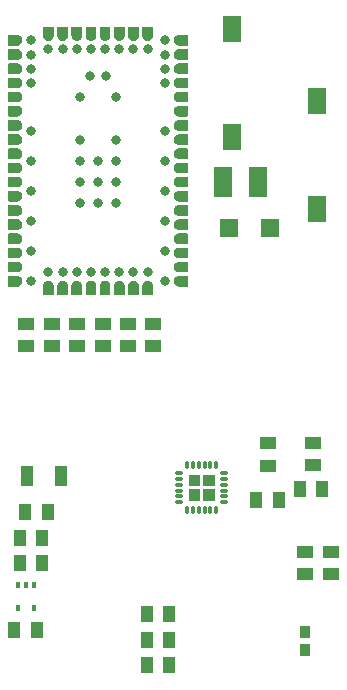
<source format=gtp>
G04*
G04 #@! TF.GenerationSoftware,Altium Limited,Altium Designer,20.0.10 (225)*
G04*
G04 Layer_Color=8421504*
%FSLAX25Y25*%
%MOIN*%
G70*
G01*
G75*
%ADD18R,0.05500X0.04000*%
%ADD19R,0.03819X0.03937*%
%ADD20R,0.04000X0.05500*%
%ADD21R,0.04134X0.06772*%
%ADD22R,0.01575X0.02362*%
%ADD23R,0.05906X0.10236*%
%ADD24C,0.03150*%
%ADD25R,0.06299X0.08622*%
G04:AMPARAMS|DCode=26|XSize=27.95mil|YSize=10.63mil|CornerRadius=3.72mil|HoleSize=0mil|Usage=FLASHONLY|Rotation=0.000|XOffset=0mil|YOffset=0mil|HoleType=Round|Shape=RoundedRectangle|*
%AMROUNDEDRECTD26*
21,1,0.02795,0.00319,0,0,0.0*
21,1,0.02051,0.01063,0,0,0.0*
1,1,0.00744,0.01026,-0.00160*
1,1,0.00744,-0.01026,-0.00160*
1,1,0.00744,-0.01026,0.00160*
1,1,0.00744,0.01026,0.00160*
%
%ADD26ROUNDEDRECTD26*%
G04:AMPARAMS|DCode=27|XSize=27.95mil|YSize=10.63mil|CornerRadius=3.72mil|HoleSize=0mil|Usage=FLASHONLY|Rotation=90.000|XOffset=0mil|YOffset=0mil|HoleType=Round|Shape=RoundedRectangle|*
%AMROUNDEDRECTD27*
21,1,0.02795,0.00319,0,0,90.0*
21,1,0.02051,0.01063,0,0,90.0*
1,1,0.00744,0.00160,0.01026*
1,1,0.00744,0.00160,-0.01026*
1,1,0.00744,-0.00160,-0.01026*
1,1,0.00744,-0.00160,0.01026*
%
%ADD27ROUNDEDRECTD27*%
%ADD28R,0.05906X0.05906*%
G36*
X64730Y173149D02*
X64740Y173148D01*
X64750Y173146D01*
X64760Y173145D01*
X64770Y173142D01*
X64780Y173139D01*
X64790Y173136D01*
X64799Y173132D01*
X64809Y173127D01*
X64818Y173123D01*
X64827Y173117D01*
X64835Y173111D01*
X64843Y173105D01*
X64851Y173098D01*
X64859Y173091D01*
X64866Y173084D01*
X64872Y173076D01*
X64879Y173068D01*
X64885Y173059D01*
X64890Y173050D01*
X64895Y173041D01*
X64899Y173032D01*
X64903Y173023D01*
X64907Y173013D01*
X64910Y173003D01*
X64912Y172993D01*
X64914Y172983D01*
X64915Y172973D01*
X64916Y172962D01*
X64916Y172952D01*
Y169802D01*
X64916Y169792D01*
X64915Y169782D01*
X64914Y169772D01*
X64912Y169762D01*
X64910Y169752D01*
X64907Y169742D01*
X64903Y169732D01*
X64899Y169722D01*
X64895Y169713D01*
X64890Y169704D01*
X64885Y169695D01*
X64879Y169687D01*
X64872Y169678D01*
X64866Y169671D01*
X64859Y169663D01*
X64851Y169656D01*
X64843Y169649D01*
X64835Y169643D01*
X64827Y169637D01*
X64818Y169632D01*
X64809Y169627D01*
X64799Y169623D01*
X64790Y169619D01*
X64780Y169615D01*
X64770Y169612D01*
X64760Y169610D01*
X64750Y169608D01*
X64740Y169607D01*
X64730Y169606D01*
X64719Y169606D01*
X61963D01*
X61871Y169608D01*
X61778Y169615D01*
X61686Y169627D01*
X61595Y169644D01*
X61505Y169666D01*
X61416Y169692D01*
X61329Y169723D01*
X61243Y169759D01*
X61159Y169799D01*
X61078Y169843D01*
X60999Y169891D01*
X60922Y169944D01*
X60849Y170000D01*
X60778Y170061D01*
X60711Y170124D01*
X60647Y170192D01*
X60587Y170262D01*
X60530Y170336D01*
X60478Y170412D01*
X60429Y170491D01*
X60385Y170573D01*
X60345Y170657D01*
X60310Y170742D01*
X60279Y170830D01*
X60252Y170919D01*
X60231Y171009D01*
X60214Y171100D01*
X60202Y171192D01*
X60194Y171284D01*
X60192Y171377D01*
X60194Y171470D01*
X60202Y171562D01*
X60214Y171654D01*
X60231Y171746D01*
X60252Y171836D01*
X60279Y171925D01*
X60310Y172012D01*
X60345Y172098D01*
X60385Y172181D01*
X60429Y172263D01*
X60478Y172342D01*
X60530Y172419D01*
X60587Y172492D01*
X60647Y172563D01*
X60711Y172630D01*
X60778Y172694D01*
X60849Y172754D01*
X60922Y172810D01*
X60999Y172863D01*
X61078Y172912D01*
X61159Y172956D01*
X61243Y172996D01*
X61329Y173031D01*
X61416Y173062D01*
X61505Y173089D01*
X61595Y173110D01*
X61686Y173127D01*
X61778Y173139D01*
X61871Y173146D01*
X61963Y173149D01*
X64719D01*
X64730Y173149D01*
D02*
G37*
G36*
X8119Y173146D02*
X8212Y173139D01*
X8304Y173127D01*
X8395Y173110D01*
X8485Y173089D01*
X8574Y173062D01*
X8662Y173031D01*
X8747Y172996D01*
X8831Y172956D01*
X8912Y172912D01*
X8991Y172863D01*
X9068Y172810D01*
X9142Y172754D01*
X9212Y172694D01*
X9279Y172630D01*
X9343Y172563D01*
X9403Y172492D01*
X9460Y172419D01*
X9512Y172342D01*
X9561Y172263D01*
X9605Y172181D01*
X9645Y172098D01*
X9680Y172012D01*
X9712Y171925D01*
X9738Y171836D01*
X9759Y171746D01*
X9776Y171654D01*
X9788Y171562D01*
X9796Y171470D01*
X9798Y171377D01*
X9796Y171284D01*
X9788Y171192D01*
X9776Y171100D01*
X9759Y171009D01*
X9738Y170919D01*
X9712Y170830D01*
X9680Y170742D01*
X9645Y170657D01*
X9605Y170573D01*
X9561Y170491D01*
X9512Y170412D01*
X9460Y170336D01*
X9403Y170262D01*
X9343Y170192D01*
X9279Y170124D01*
X9212Y170061D01*
X9142Y170000D01*
X9068Y169944D01*
X8991Y169891D01*
X8912Y169843D01*
X8831Y169799D01*
X8747Y169759D01*
X8662Y169723D01*
X8574Y169692D01*
X8485Y169666D01*
X8395Y169644D01*
X8304Y169627D01*
X8212Y169615D01*
X8119Y169608D01*
X8027Y169606D01*
X5271D01*
X5260Y169606D01*
X5250Y169607D01*
X5240Y169608D01*
X5230Y169610D01*
X5220Y169612D01*
X5210Y169615D01*
X5200Y169619D01*
X5191Y169623D01*
X5181Y169627D01*
X5172Y169632D01*
X5163Y169637D01*
X5155Y169643D01*
X5147Y169649D01*
X5139Y169656D01*
X5131Y169663D01*
X5124Y169671D01*
X5118Y169678D01*
X5111Y169687D01*
X5106Y169695D01*
X5100Y169704D01*
X5095Y169713D01*
X5091Y169722D01*
X5087Y169732D01*
X5083Y169742D01*
X5080Y169752D01*
X5078Y169762D01*
X5076Y169772D01*
X5075Y169782D01*
X5074Y169792D01*
X5074Y169802D01*
Y172952D01*
X5074Y172962D01*
X5075Y172973D01*
X5076Y172983D01*
X5078Y172993D01*
X5080Y173003D01*
X5083Y173013D01*
X5087Y173023D01*
X5091Y173032D01*
X5095Y173041D01*
X5100Y173050D01*
X5106Y173059D01*
X5111Y173068D01*
X5118Y173076D01*
X5124Y173084D01*
X5131Y173091D01*
X5139Y173098D01*
X5147Y173105D01*
X5155Y173111D01*
X5163Y173117D01*
X5172Y173123D01*
X5181Y173127D01*
X5191Y173132D01*
X5200Y173136D01*
X5210Y173139D01*
X5220Y173142D01*
X5230Y173145D01*
X5240Y173146D01*
X5250Y173148D01*
X5260Y173149D01*
X5271Y173149D01*
X8027D01*
X8119Y173146D01*
D02*
G37*
G36*
X51623Y171572D02*
X51716Y171564D01*
X51808Y171552D01*
X51899Y171535D01*
X51989Y171514D01*
X52078Y171487D01*
X52165Y171456D01*
X52251Y171421D01*
X52335Y171381D01*
X52416Y171337D01*
X52495Y171288D01*
X52572Y171236D01*
X52645Y171179D01*
X52716Y171119D01*
X52783Y171055D01*
X52847Y170988D01*
X52907Y170917D01*
X52964Y170844D01*
X53016Y170767D01*
X53065Y170688D01*
X53109Y170607D01*
X53149Y170523D01*
X53184Y170437D01*
X53215Y170350D01*
X53242Y170261D01*
X53263Y170171D01*
X53280Y170080D01*
X53292Y169988D01*
X53300Y169895D01*
X53302Y169802D01*
Y167046D01*
X53302Y167036D01*
X53301Y167026D01*
X53300Y167016D01*
X53298Y167006D01*
X53295Y166996D01*
X53293Y166986D01*
X53289Y166976D01*
X53285Y166966D01*
X53281Y166957D01*
X53276Y166948D01*
X53270Y166939D01*
X53264Y166931D01*
X53258Y166923D01*
X53252Y166915D01*
X53245Y166907D01*
X53237Y166900D01*
X53229Y166893D01*
X53221Y166887D01*
X53212Y166881D01*
X53204Y166876D01*
X53195Y166871D01*
X53185Y166867D01*
X53176Y166863D01*
X53166Y166859D01*
X53156Y166856D01*
X53146Y166854D01*
X53136Y166852D01*
X53126Y166851D01*
X53116Y166850D01*
X53105Y166850D01*
X49956D01*
X49945Y166850D01*
X49935Y166851D01*
X49925Y166852D01*
X49915Y166854D01*
X49905Y166856D01*
X49895Y166859D01*
X49885Y166863D01*
X49876Y166867D01*
X49866Y166871D01*
X49857Y166876D01*
X49848Y166881D01*
X49840Y166887D01*
X49832Y166893D01*
X49824Y166900D01*
X49817Y166907D01*
X49809Y166915D01*
X49803Y166923D01*
X49796Y166931D01*
X49791Y166939D01*
X49785Y166948D01*
X49780Y166957D01*
X49776Y166966D01*
X49772Y166976D01*
X49768Y166986D01*
X49766Y166996D01*
X49763Y167006D01*
X49761Y167016D01*
X49760Y167026D01*
X49759Y167036D01*
X49759Y167046D01*
Y169802D01*
X49761Y169895D01*
X49768Y169988D01*
X49781Y170080D01*
X49797Y170171D01*
X49819Y170261D01*
X49845Y170350D01*
X49876Y170437D01*
X49912Y170523D01*
X49952Y170607D01*
X49996Y170688D01*
X50045Y170767D01*
X50097Y170844D01*
X50154Y170917D01*
X50214Y170988D01*
X50278Y171055D01*
X50345Y171119D01*
X50416Y171179D01*
X50489Y171236D01*
X50566Y171288D01*
X50645Y171337D01*
X50726Y171381D01*
X50810Y171421D01*
X50896Y171456D01*
X50983Y171487D01*
X51072Y171514D01*
X51162Y171535D01*
X51253Y171552D01*
X51345Y171564D01*
X51438Y171572D01*
X51530Y171574D01*
X51623Y171572D01*
D02*
G37*
G36*
X46899D02*
X46991Y171564D01*
X47083Y171552D01*
X47174Y171535D01*
X47265Y171514D01*
X47354Y171487D01*
X47441Y171456D01*
X47527Y171421D01*
X47610Y171381D01*
X47692Y171337D01*
X47771Y171288D01*
X47847Y171236D01*
X47921Y171179D01*
X47991Y171119D01*
X48059Y171055D01*
X48123Y170988D01*
X48183Y170917D01*
X48239Y170844D01*
X48292Y170767D01*
X48340Y170688D01*
X48385Y170607D01*
X48425Y170523D01*
X48460Y170437D01*
X48491Y170350D01*
X48517Y170261D01*
X48539Y170171D01*
X48556Y170080D01*
X48568Y169988D01*
X48575Y169895D01*
X48578Y169802D01*
Y167046D01*
X48577Y167036D01*
X48577Y167026D01*
X48575Y167016D01*
X48573Y167006D01*
X48571Y166996D01*
X48568Y166986D01*
X48565Y166976D01*
X48561Y166966D01*
X48556Y166957D01*
X48551Y166948D01*
X48546Y166939D01*
X48540Y166931D01*
X48534Y166923D01*
X48527Y166915D01*
X48520Y166907D01*
X48513Y166900D01*
X48505Y166893D01*
X48497Y166887D01*
X48488Y166881D01*
X48479Y166876D01*
X48470Y166871D01*
X48461Y166867D01*
X48451Y166863D01*
X48442Y166859D01*
X48432Y166856D01*
X48422Y166854D01*
X48412Y166852D01*
X48401Y166851D01*
X48391Y166850D01*
X48381Y166850D01*
X45231D01*
X45221Y166850D01*
X45211Y166851D01*
X45200Y166852D01*
X45190Y166854D01*
X45180Y166856D01*
X45170Y166859D01*
X45161Y166863D01*
X45151Y166867D01*
X45142Y166871D01*
X45133Y166876D01*
X45124Y166881D01*
X45116Y166887D01*
X45107Y166893D01*
X45099Y166900D01*
X45092Y166907D01*
X45085Y166915D01*
X45078Y166923D01*
X45072Y166931D01*
X45066Y166939D01*
X45061Y166948D01*
X45056Y166957D01*
X45051Y166966D01*
X45048Y166976D01*
X45044Y166986D01*
X45041Y166996D01*
X45039Y167006D01*
X45037Y167016D01*
X45035Y167026D01*
X45035Y167036D01*
X45034Y167046D01*
Y169802D01*
X45037Y169895D01*
X45044Y169988D01*
X45056Y170080D01*
X45073Y170171D01*
X45095Y170261D01*
X45121Y170350D01*
X45152Y170437D01*
X45188Y170523D01*
X45228Y170607D01*
X45272Y170688D01*
X45320Y170767D01*
X45373Y170844D01*
X45429Y170917D01*
X45489Y170988D01*
X45553Y171055D01*
X45621Y171119D01*
X45691Y171179D01*
X45765Y171236D01*
X45841Y171288D01*
X45920Y171337D01*
X46002Y171381D01*
X46086Y171421D01*
X46171Y171456D01*
X46259Y171487D01*
X46347Y171514D01*
X46438Y171535D01*
X46529Y171552D01*
X46621Y171564D01*
X46713Y171572D01*
X46806Y171574D01*
X46899Y171572D01*
D02*
G37*
G36*
X42174D02*
X42267Y171564D01*
X42359Y171552D01*
X42450Y171535D01*
X42540Y171514D01*
X42629Y171487D01*
X42717Y171456D01*
X42802Y171421D01*
X42886Y171381D01*
X42968Y171337D01*
X43047Y171288D01*
X43123Y171236D01*
X43197Y171179D01*
X43267Y171119D01*
X43334Y171055D01*
X43398Y170988D01*
X43459Y170917D01*
X43515Y170844D01*
X43567Y170767D01*
X43616Y170688D01*
X43660Y170607D01*
X43700Y170523D01*
X43736Y170437D01*
X43767Y170350D01*
X43793Y170261D01*
X43815Y170171D01*
X43832Y170080D01*
X43844Y169988D01*
X43851Y169895D01*
X43853Y169802D01*
Y167046D01*
X43853Y167036D01*
X43852Y167026D01*
X43851Y167016D01*
X43849Y167006D01*
X43847Y166996D01*
X43844Y166986D01*
X43840Y166976D01*
X43836Y166966D01*
X43832Y166957D01*
X43827Y166948D01*
X43822Y166939D01*
X43816Y166931D01*
X43809Y166923D01*
X43803Y166915D01*
X43796Y166907D01*
X43788Y166900D01*
X43780Y166893D01*
X43772Y166887D01*
X43764Y166881D01*
X43755Y166876D01*
X43746Y166871D01*
X43736Y166867D01*
X43727Y166863D01*
X43717Y166859D01*
X43707Y166856D01*
X43697Y166854D01*
X43687Y166852D01*
X43677Y166851D01*
X43667Y166850D01*
X43657Y166850D01*
X40507D01*
X40497Y166850D01*
X40486Y166851D01*
X40476Y166852D01*
X40466Y166854D01*
X40456Y166856D01*
X40446Y166859D01*
X40436Y166863D01*
X40427Y166867D01*
X40418Y166871D01*
X40408Y166876D01*
X40400Y166881D01*
X40391Y166887D01*
X40383Y166893D01*
X40375Y166900D01*
X40368Y166907D01*
X40361Y166915D01*
X40354Y166923D01*
X40348Y166931D01*
X40342Y166939D01*
X40336Y166948D01*
X40332Y166957D01*
X40327Y166966D01*
X40323Y166976D01*
X40320Y166986D01*
X40317Y166996D01*
X40314Y167006D01*
X40312Y167016D01*
X40311Y167026D01*
X40310Y167036D01*
X40310Y167046D01*
Y169802D01*
X40312Y169895D01*
X40320Y169988D01*
X40332Y170080D01*
X40349Y170171D01*
X40370Y170261D01*
X40397Y170350D01*
X40428Y170437D01*
X40463Y170523D01*
X40503Y170607D01*
X40547Y170688D01*
X40596Y170767D01*
X40648Y170844D01*
X40705Y170917D01*
X40765Y170988D01*
X40829Y171055D01*
X40896Y171119D01*
X40967Y171179D01*
X41040Y171236D01*
X41117Y171288D01*
X41196Y171337D01*
X41277Y171381D01*
X41361Y171421D01*
X41447Y171456D01*
X41534Y171487D01*
X41623Y171514D01*
X41713Y171535D01*
X41805Y171552D01*
X41897Y171564D01*
X41989Y171572D01*
X42082Y171574D01*
X42174Y171572D01*
D02*
G37*
G36*
X37450D02*
X37542Y171564D01*
X37634Y171552D01*
X37726Y171535D01*
X37816Y171514D01*
X37905Y171487D01*
X37992Y171456D01*
X38078Y171421D01*
X38162Y171381D01*
X38243Y171337D01*
X38322Y171288D01*
X38399Y171236D01*
X38472Y171179D01*
X38543Y171119D01*
X38610Y171055D01*
X38674Y170988D01*
X38734Y170917D01*
X38791Y170844D01*
X38843Y170767D01*
X38892Y170688D01*
X38936Y170607D01*
X38976Y170523D01*
X39011Y170437D01*
X39042Y170350D01*
X39068Y170261D01*
X39090Y170171D01*
X39107Y170080D01*
X39119Y169988D01*
X39127Y169895D01*
X39129Y169802D01*
Y167046D01*
X39129Y167036D01*
X39128Y167026D01*
X39127Y167016D01*
X39125Y167006D01*
X39122Y166996D01*
X39119Y166986D01*
X39116Y166976D01*
X39112Y166966D01*
X39107Y166957D01*
X39103Y166948D01*
X39097Y166939D01*
X39091Y166931D01*
X39085Y166923D01*
X39078Y166915D01*
X39071Y166907D01*
X39064Y166900D01*
X39056Y166893D01*
X39048Y166887D01*
X39039Y166881D01*
X39031Y166876D01*
X39021Y166871D01*
X39012Y166867D01*
X39003Y166863D01*
X38993Y166859D01*
X38983Y166856D01*
X38973Y166854D01*
X38963Y166852D01*
X38953Y166851D01*
X38942Y166850D01*
X38932Y166850D01*
X35783D01*
X35772Y166850D01*
X35762Y166851D01*
X35752Y166852D01*
X35741Y166854D01*
X35732Y166856D01*
X35722Y166859D01*
X35712Y166863D01*
X35702Y166867D01*
X35693Y166871D01*
X35684Y166876D01*
X35675Y166881D01*
X35667Y166887D01*
X35659Y166893D01*
X35651Y166900D01*
X35643Y166907D01*
X35636Y166915D01*
X35629Y166923D01*
X35623Y166931D01*
X35617Y166939D01*
X35612Y166948D01*
X35607Y166957D01*
X35603Y166966D01*
X35599Y166976D01*
X35595Y166986D01*
X35592Y166996D01*
X35590Y167006D01*
X35588Y167016D01*
X35587Y167026D01*
X35586Y167036D01*
X35586Y167046D01*
Y169802D01*
X35588Y169895D01*
X35595Y169988D01*
X35607Y170080D01*
X35624Y170171D01*
X35646Y170261D01*
X35672Y170350D01*
X35703Y170437D01*
X35739Y170523D01*
X35779Y170607D01*
X35823Y170688D01*
X35871Y170767D01*
X35924Y170844D01*
X35980Y170917D01*
X36041Y170988D01*
X36105Y171055D01*
X36172Y171119D01*
X36242Y171179D01*
X36316Y171236D01*
X36392Y171288D01*
X36471Y171337D01*
X36553Y171381D01*
X36637Y171421D01*
X36722Y171456D01*
X36810Y171487D01*
X36899Y171514D01*
X36989Y171535D01*
X37080Y171552D01*
X37172Y171564D01*
X37264Y171572D01*
X37357Y171574D01*
X37450Y171572D01*
D02*
G37*
G36*
X32726D02*
X32818Y171564D01*
X32910Y171552D01*
X33001Y171535D01*
X33091Y171514D01*
X33180Y171487D01*
X33268Y171456D01*
X33353Y171421D01*
X33437Y171381D01*
X33519Y171337D01*
X33598Y171288D01*
X33674Y171236D01*
X33748Y171179D01*
X33818Y171119D01*
X33886Y171055D01*
X33949Y170988D01*
X34010Y170917D01*
X34066Y170844D01*
X34119Y170767D01*
X34167Y170688D01*
X34211Y170607D01*
X34251Y170523D01*
X34287Y170437D01*
X34318Y170350D01*
X34344Y170261D01*
X34366Y170171D01*
X34383Y170080D01*
X34395Y169988D01*
X34402Y169895D01*
X34405Y169802D01*
Y167046D01*
X34404Y167036D01*
X34403Y167026D01*
X34402Y167016D01*
X34400Y167006D01*
X34398Y166996D01*
X34395Y166986D01*
X34391Y166976D01*
X34387Y166966D01*
X34383Y166957D01*
X34378Y166948D01*
X34373Y166939D01*
X34367Y166931D01*
X34361Y166923D01*
X34354Y166915D01*
X34347Y166907D01*
X34339Y166900D01*
X34332Y166893D01*
X34323Y166887D01*
X34315Y166881D01*
X34306Y166876D01*
X34297Y166871D01*
X34288Y166867D01*
X34278Y166863D01*
X34269Y166859D01*
X34259Y166856D01*
X34249Y166854D01*
X34238Y166852D01*
X34228Y166851D01*
X34218Y166850D01*
X34208Y166850D01*
X31058D01*
X31048Y166850D01*
X31038Y166851D01*
X31027Y166852D01*
X31017Y166854D01*
X31007Y166856D01*
X30997Y166859D01*
X30988Y166863D01*
X30978Y166867D01*
X30969Y166871D01*
X30960Y166876D01*
X30951Y166881D01*
X30942Y166887D01*
X30934Y166893D01*
X30926Y166900D01*
X30919Y166907D01*
X30912Y166915D01*
X30905Y166923D01*
X30899Y166931D01*
X30893Y166939D01*
X30888Y166948D01*
X30883Y166957D01*
X30878Y166966D01*
X30874Y166976D01*
X30871Y166986D01*
X30868Y166996D01*
X30865Y167006D01*
X30864Y167016D01*
X30862Y167026D01*
X30861Y167036D01*
X30861Y167046D01*
Y169802D01*
X30864Y169895D01*
X30871Y169988D01*
X30883Y170080D01*
X30900Y170171D01*
X30922Y170261D01*
X30948Y170350D01*
X30979Y170437D01*
X31014Y170523D01*
X31054Y170607D01*
X31099Y170688D01*
X31147Y170767D01*
X31199Y170844D01*
X31256Y170917D01*
X31316Y170988D01*
X31380Y171055D01*
X31447Y171119D01*
X31518Y171179D01*
X31591Y171236D01*
X31668Y171288D01*
X31747Y171337D01*
X31828Y171381D01*
X31912Y171421D01*
X31998Y171456D01*
X32085Y171487D01*
X32174Y171514D01*
X32265Y171535D01*
X32356Y171552D01*
X32448Y171564D01*
X32540Y171572D01*
X32633Y171574D01*
X32726Y171572D01*
D02*
G37*
G36*
X28001D02*
X28094Y171564D01*
X28186Y171552D01*
X28277Y171535D01*
X28367Y171514D01*
X28456Y171487D01*
X28543Y171456D01*
X28629Y171421D01*
X28713Y171381D01*
X28794Y171337D01*
X28873Y171288D01*
X28950Y171236D01*
X29023Y171179D01*
X29094Y171119D01*
X29161Y171055D01*
X29225Y170988D01*
X29285Y170917D01*
X29342Y170844D01*
X29394Y170767D01*
X29443Y170688D01*
X29487Y170607D01*
X29527Y170523D01*
X29562Y170437D01*
X29593Y170350D01*
X29620Y170261D01*
X29641Y170171D01*
X29658Y170080D01*
X29670Y169988D01*
X29678Y169895D01*
X29680Y169802D01*
Y167046D01*
X29680Y167036D01*
X29679Y167026D01*
X29678Y167016D01*
X29676Y167006D01*
X29673Y166996D01*
X29670Y166986D01*
X29667Y166976D01*
X29663Y166966D01*
X29659Y166957D01*
X29654Y166948D01*
X29648Y166939D01*
X29643Y166931D01*
X29636Y166923D01*
X29629Y166915D01*
X29622Y166907D01*
X29615Y166900D01*
X29607Y166893D01*
X29599Y166887D01*
X29590Y166881D01*
X29582Y166876D01*
X29573Y166871D01*
X29563Y166867D01*
X29554Y166863D01*
X29544Y166859D01*
X29534Y166856D01*
X29524Y166854D01*
X29514Y166852D01*
X29504Y166851D01*
X29493Y166850D01*
X29483Y166850D01*
X26334D01*
X26323Y166850D01*
X26313Y166851D01*
X26303Y166852D01*
X26293Y166854D01*
X26283Y166856D01*
X26273Y166859D01*
X26263Y166863D01*
X26254Y166867D01*
X26244Y166871D01*
X26235Y166876D01*
X26226Y166881D01*
X26218Y166887D01*
X26210Y166893D01*
X26202Y166900D01*
X26194Y166907D01*
X26187Y166915D01*
X26181Y166923D01*
X26174Y166931D01*
X26169Y166939D01*
X26163Y166948D01*
X26158Y166957D01*
X26154Y166966D01*
X26150Y166976D01*
X26146Y166986D01*
X26144Y166996D01*
X26141Y167006D01*
X26139Y167016D01*
X26138Y167026D01*
X26137Y167036D01*
X26137Y167046D01*
Y169802D01*
X26139Y169895D01*
X26147Y169988D01*
X26159Y170080D01*
X26175Y170171D01*
X26197Y170261D01*
X26223Y170350D01*
X26254Y170437D01*
X26290Y170523D01*
X26330Y170607D01*
X26374Y170688D01*
X26423Y170767D01*
X26475Y170844D01*
X26532Y170917D01*
X26592Y170988D01*
X26656Y171055D01*
X26723Y171119D01*
X26794Y171179D01*
X26867Y171236D01*
X26943Y171288D01*
X27023Y171337D01*
X27104Y171381D01*
X27188Y171421D01*
X27273Y171456D01*
X27361Y171487D01*
X27450Y171514D01*
X27540Y171535D01*
X27631Y171552D01*
X27723Y171564D01*
X27816Y171572D01*
X27908Y171574D01*
X28001Y171572D01*
D02*
G37*
G36*
X23277D02*
X23369Y171564D01*
X23461Y171552D01*
X23552Y171535D01*
X23643Y171514D01*
X23731Y171487D01*
X23819Y171456D01*
X23905Y171421D01*
X23988Y171381D01*
X24070Y171337D01*
X24149Y171288D01*
X24225Y171236D01*
X24299Y171179D01*
X24370Y171119D01*
X24437Y171055D01*
X24501Y170988D01*
X24561Y170917D01*
X24617Y170844D01*
X24670Y170767D01*
X24718Y170688D01*
X24763Y170607D01*
X24803Y170523D01*
X24838Y170437D01*
X24869Y170350D01*
X24895Y170261D01*
X24917Y170171D01*
X24934Y170080D01*
X24946Y169988D01*
X24953Y169895D01*
X24956Y169802D01*
Y167046D01*
X24955Y167036D01*
X24955Y167026D01*
X24953Y167016D01*
X24951Y167006D01*
X24949Y166996D01*
X24946Y166986D01*
X24943Y166976D01*
X24939Y166966D01*
X24934Y166957D01*
X24929Y166948D01*
X24924Y166939D01*
X24918Y166931D01*
X24912Y166923D01*
X24905Y166915D01*
X24898Y166907D01*
X24891Y166900D01*
X24883Y166893D01*
X24874Y166887D01*
X24866Y166881D01*
X24857Y166876D01*
X24848Y166871D01*
X24839Y166867D01*
X24829Y166863D01*
X24820Y166859D01*
X24810Y166856D01*
X24800Y166854D01*
X24790Y166852D01*
X24779Y166851D01*
X24769Y166850D01*
X24759Y166850D01*
X21609D01*
X21599Y166850D01*
X21589Y166851D01*
X21578Y166852D01*
X21568Y166854D01*
X21558Y166856D01*
X21548Y166859D01*
X21539Y166863D01*
X21529Y166867D01*
X21520Y166871D01*
X21511Y166876D01*
X21502Y166881D01*
X21494Y166887D01*
X21485Y166893D01*
X21477Y166900D01*
X21470Y166907D01*
X21463Y166915D01*
X21456Y166923D01*
X21450Y166931D01*
X21444Y166939D01*
X21439Y166948D01*
X21434Y166957D01*
X21429Y166966D01*
X21426Y166976D01*
X21422Y166986D01*
X21419Y166996D01*
X21417Y167006D01*
X21415Y167016D01*
X21414Y167026D01*
X21413Y167036D01*
X21412Y167046D01*
Y169802D01*
X21415Y169895D01*
X21422Y169988D01*
X21434Y170080D01*
X21451Y170171D01*
X21473Y170261D01*
X21499Y170350D01*
X21530Y170437D01*
X21565Y170523D01*
X21606Y170607D01*
X21650Y170688D01*
X21698Y170767D01*
X21751Y170844D01*
X21807Y170917D01*
X21867Y170988D01*
X21931Y171055D01*
X21999Y171119D01*
X22069Y171179D01*
X22143Y171236D01*
X22219Y171288D01*
X22298Y171337D01*
X22380Y171381D01*
X22463Y171421D01*
X22549Y171456D01*
X22637Y171487D01*
X22726Y171514D01*
X22816Y171535D01*
X22907Y171552D01*
X22999Y171564D01*
X23091Y171572D01*
X23184Y171574D01*
X23277Y171572D01*
D02*
G37*
G36*
X18552D02*
X18645Y171564D01*
X18737Y171552D01*
X18828Y171535D01*
X18918Y171514D01*
X19007Y171487D01*
X19094Y171456D01*
X19180Y171421D01*
X19264Y171381D01*
X19345Y171337D01*
X19424Y171288D01*
X19501Y171236D01*
X19575Y171179D01*
X19645Y171119D01*
X19712Y171055D01*
X19776Y170988D01*
X19836Y170917D01*
X19893Y170844D01*
X19945Y170767D01*
X19994Y170688D01*
X20038Y170607D01*
X20078Y170523D01*
X20114Y170437D01*
X20145Y170350D01*
X20171Y170261D01*
X20193Y170171D01*
X20210Y170080D01*
X20222Y169988D01*
X20229Y169895D01*
X20231Y169802D01*
Y167046D01*
X20231Y167036D01*
X20230Y167026D01*
X20229Y167016D01*
X20227Y167006D01*
X20225Y166996D01*
X20222Y166986D01*
X20218Y166976D01*
X20214Y166966D01*
X20210Y166957D01*
X20205Y166948D01*
X20200Y166939D01*
X20194Y166931D01*
X20187Y166923D01*
X20181Y166915D01*
X20174Y166907D01*
X20166Y166900D01*
X20158Y166893D01*
X20150Y166887D01*
X20142Y166881D01*
X20133Y166876D01*
X20124Y166871D01*
X20114Y166867D01*
X20105Y166863D01*
X20095Y166859D01*
X20085Y166856D01*
X20075Y166854D01*
X20065Y166852D01*
X20055Y166851D01*
X20045Y166850D01*
X20034Y166850D01*
X16885D01*
X16874Y166850D01*
X16864Y166851D01*
X16854Y166852D01*
X16844Y166854D01*
X16834Y166856D01*
X16824Y166859D01*
X16814Y166863D01*
X16805Y166867D01*
X16795Y166871D01*
X16786Y166876D01*
X16778Y166881D01*
X16769Y166887D01*
X16761Y166893D01*
X16753Y166900D01*
X16746Y166907D01*
X16738Y166915D01*
X16732Y166923D01*
X16726Y166931D01*
X16720Y166939D01*
X16714Y166948D01*
X16709Y166957D01*
X16705Y166966D01*
X16701Y166976D01*
X16698Y166986D01*
X16695Y166996D01*
X16692Y167006D01*
X16690Y167016D01*
X16689Y167026D01*
X16688Y167036D01*
X16688Y167046D01*
Y169802D01*
X16690Y169895D01*
X16698Y169988D01*
X16710Y170080D01*
X16727Y170171D01*
X16748Y170261D01*
X16775Y170350D01*
X16806Y170437D01*
X16841Y170523D01*
X16881Y170607D01*
X16925Y170688D01*
X16974Y170767D01*
X17026Y170844D01*
X17083Y170917D01*
X17143Y170988D01*
X17207Y171055D01*
X17274Y171119D01*
X17345Y171179D01*
X17418Y171236D01*
X17495Y171288D01*
X17574Y171337D01*
X17655Y171381D01*
X17739Y171421D01*
X17825Y171456D01*
X17912Y171487D01*
X18001Y171514D01*
X18091Y171535D01*
X18182Y171552D01*
X18274Y171564D01*
X18367Y171572D01*
X18460Y171574D01*
X18552Y171572D01*
D02*
G37*
G36*
X73834Y103015D02*
X69894D01*
Y106952D01*
X73834D01*
Y103015D01*
D02*
G37*
G36*
X69106Y103015D02*
X65169D01*
Y106952D01*
X69106D01*
Y103015D01*
D02*
G37*
G36*
X69106Y98288D02*
X65169D01*
Y102228D01*
X69106D01*
Y98288D01*
D02*
G37*
G36*
X73833Y98288D02*
X69894D01*
Y102228D01*
X73833D01*
Y98288D01*
D02*
G37*
G36*
X5074Y177687D02*
X5075Y177697D01*
X5076Y177707D01*
X5078Y177717D01*
X5080Y177727D01*
X5083Y177737D01*
X5087Y177747D01*
X5091Y177757D01*
X5095Y177766D01*
X5100Y177775D01*
X5106Y177784D01*
X5111Y177792D01*
X5118Y177800D01*
X5124Y177808D01*
X5131Y177816D01*
X5139Y177823D01*
X5147Y177829D01*
X5155Y177836D01*
X5163Y177841D01*
X5172Y177847D01*
X5181Y177852D01*
X5191Y177856D01*
X5200Y177860D01*
X5210Y177864D01*
X5220Y177867D01*
X5230Y177869D01*
X5240Y177871D01*
X5250Y177872D01*
X5260Y177873D01*
X5271Y177873D01*
X8027D01*
X8119Y177871D01*
X8212Y177864D01*
X8304Y177851D01*
X8395Y177835D01*
X8485Y177813D01*
X8574Y177787D01*
X8662Y177756D01*
X8747Y177720D01*
X8831Y177680D01*
X8912Y177636D01*
X8991Y177587D01*
X9068Y177535D01*
X9142Y177479D01*
X9212Y177418D01*
X9279Y177354D01*
X9343Y177287D01*
X9403Y177217D01*
X9460Y177143D01*
X9512Y177067D01*
X9561Y176988D01*
X9605Y176906D01*
X9645Y176822D01*
X9680Y176736D01*
X9712Y176649D01*
X9738Y176560D01*
X9759Y176470D01*
X9776Y176379D01*
X9788Y176287D01*
X9796Y176194D01*
X9798Y176102D01*
X9796Y176009D01*
X9788Y175916D01*
X9776Y175824D01*
X9759Y175733D01*
X9738Y175643D01*
X9712Y175554D01*
X9680Y175467D01*
X9645Y175381D01*
X9605Y175297D01*
X9561Y175216D01*
X9512Y175137D01*
X9460Y175060D01*
X9403Y174987D01*
X9343Y174916D01*
X9279Y174849D01*
X9212Y174785D01*
X9142Y174725D01*
X9068Y174668D01*
X8991Y174616D01*
X8912Y174567D01*
X8831Y174523D01*
X8747Y174483D01*
X8662Y174448D01*
X8574Y174417D01*
X8485Y174390D01*
X8395Y174369D01*
X8304Y174352D01*
X8212Y174340D01*
X8119Y174332D01*
X8027Y174330D01*
X5271D01*
X5260Y174330D01*
X5250Y174331D01*
X5240Y174332D01*
X5230Y174334D01*
X5220Y174337D01*
X5210Y174340D01*
X5200Y174343D01*
X5191Y174347D01*
X5181Y174351D01*
X5172Y174356D01*
X5163Y174362D01*
X5155Y174368D01*
X5147Y174374D01*
X5139Y174381D01*
X5131Y174388D01*
X5124Y174395D01*
X5118Y174403D01*
X5111Y174411D01*
X5106Y174420D01*
X5100Y174428D01*
X5095Y174437D01*
X5091Y174447D01*
X5087Y174456D01*
X5083Y174466D01*
X5080Y174476D01*
X5078Y174486D01*
X5076Y174496D01*
X5075Y174506D01*
X5074Y174516D01*
X5074Y174527D01*
Y177676D01*
X5074Y177687D01*
D02*
G37*
G36*
Y182411D02*
X5075Y182421D01*
X5076Y182432D01*
X5078Y182442D01*
X5080Y182452D01*
X5083Y182462D01*
X5087Y182471D01*
X5091Y182481D01*
X5095Y182490D01*
X5100Y182499D01*
X5106Y182508D01*
X5111Y182517D01*
X5118Y182525D01*
X5124Y182533D01*
X5131Y182540D01*
X5139Y182547D01*
X5147Y182554D01*
X5155Y182560D01*
X5163Y182566D01*
X5172Y182571D01*
X5181Y182576D01*
X5191Y182581D01*
X5200Y182585D01*
X5210Y182588D01*
X5220Y182591D01*
X5230Y182593D01*
X5240Y182595D01*
X5250Y182597D01*
X5260Y182597D01*
X5271Y182598D01*
X8027D01*
X8119Y182595D01*
X8212Y182588D01*
X8304Y182576D01*
X8395Y182559D01*
X8485Y182537D01*
X8574Y182511D01*
X8662Y182480D01*
X8747Y182445D01*
X8831Y182405D01*
X8912Y182360D01*
X8991Y182312D01*
X9068Y182259D01*
X9142Y182203D01*
X9212Y182143D01*
X9279Y182079D01*
X9343Y182011D01*
X9403Y181941D01*
X9460Y181867D01*
X9512Y181791D01*
X9561Y181712D01*
X9605Y181630D01*
X9645Y181547D01*
X9680Y181461D01*
X9712Y181374D01*
X9738Y181285D01*
X9759Y181194D01*
X9776Y181103D01*
X9788Y181011D01*
X9796Y180919D01*
X9798Y180826D01*
X9796Y180733D01*
X9788Y180641D01*
X9776Y180549D01*
X9759Y180458D01*
X9738Y180368D01*
X9712Y180279D01*
X9680Y180191D01*
X9645Y180105D01*
X9605Y180022D01*
X9561Y179940D01*
X9512Y179861D01*
X9460Y179785D01*
X9403Y179711D01*
X9343Y179641D01*
X9279Y179573D01*
X9212Y179509D01*
X9142Y179449D01*
X9068Y179393D01*
X8991Y179340D01*
X8912Y179292D01*
X8831Y179247D01*
X8747Y179208D01*
X8662Y179172D01*
X8574Y179141D01*
X8485Y179115D01*
X8395Y179093D01*
X8304Y179076D01*
X8212Y179064D01*
X8119Y179057D01*
X8027Y179054D01*
X5271D01*
X5260Y179055D01*
X5250Y179056D01*
X5240Y179057D01*
X5230Y179059D01*
X5220Y179061D01*
X5210Y179064D01*
X5200Y179068D01*
X5191Y179071D01*
X5181Y179076D01*
X5172Y179081D01*
X5163Y179086D01*
X5155Y179092D01*
X5147Y179098D01*
X5139Y179105D01*
X5131Y179112D01*
X5124Y179120D01*
X5118Y179127D01*
X5111Y179136D01*
X5106Y179144D01*
X5100Y179153D01*
X5095Y179162D01*
X5091Y179171D01*
X5087Y179181D01*
X5083Y179190D01*
X5080Y179200D01*
X5078Y179210D01*
X5076Y179220D01*
X5075Y179231D01*
X5074Y179241D01*
X5074Y179251D01*
Y182401D01*
X5074Y182411D01*
D02*
G37*
G36*
Y187136D02*
X5075Y187146D01*
X5076Y187156D01*
X5078Y187166D01*
X5080Y187176D01*
X5083Y187186D01*
X5087Y187196D01*
X5091Y187205D01*
X5095Y187215D01*
X5100Y187224D01*
X5106Y187232D01*
X5111Y187241D01*
X5118Y187249D01*
X5124Y187257D01*
X5131Y187265D01*
X5139Y187271D01*
X5147Y187278D01*
X5155Y187285D01*
X5163Y187290D01*
X5172Y187296D01*
X5181Y187301D01*
X5191Y187305D01*
X5200Y187309D01*
X5210Y187312D01*
X5220Y187315D01*
X5230Y187318D01*
X5240Y187320D01*
X5250Y187321D01*
X5260Y187322D01*
X5271Y187322D01*
X8027D01*
X8119Y187320D01*
X8212Y187312D01*
X8304Y187300D01*
X8395Y187283D01*
X8485Y187262D01*
X8574Y187235D01*
X8662Y187204D01*
X8747Y187169D01*
X8831Y187129D01*
X8912Y187085D01*
X8991Y187036D01*
X9068Y186984D01*
X9142Y186927D01*
X9212Y186867D01*
X9279Y186803D01*
X9343Y186736D01*
X9403Y186665D01*
X9460Y186592D01*
X9512Y186515D01*
X9561Y186436D01*
X9605Y186355D01*
X9645Y186271D01*
X9680Y186185D01*
X9712Y186098D01*
X9738Y186009D01*
X9759Y185919D01*
X9776Y185828D01*
X9788Y185736D01*
X9796Y185643D01*
X9798Y185550D01*
X9796Y185458D01*
X9788Y185365D01*
X9776Y185273D01*
X9759Y185182D01*
X9738Y185092D01*
X9712Y185003D01*
X9680Y184915D01*
X9645Y184830D01*
X9605Y184746D01*
X9561Y184665D01*
X9512Y184585D01*
X9460Y184509D01*
X9403Y184435D01*
X9343Y184365D01*
X9279Y184298D01*
X9212Y184234D01*
X9142Y184174D01*
X9068Y184117D01*
X8991Y184065D01*
X8912Y184016D01*
X8831Y183972D01*
X8747Y183932D01*
X8662Y183897D01*
X8574Y183865D01*
X8485Y183839D01*
X8395Y183818D01*
X8304Y183801D01*
X8212Y183789D01*
X8119Y183781D01*
X8027Y183779D01*
X5271D01*
X5260Y183779D01*
X5250Y183780D01*
X5240Y183781D01*
X5230Y183783D01*
X5220Y183785D01*
X5210Y183788D01*
X5200Y183792D01*
X5191Y183796D01*
X5181Y183800D01*
X5172Y183805D01*
X5163Y183810D01*
X5155Y183816D01*
X5147Y183823D01*
X5139Y183829D01*
X5131Y183836D01*
X5124Y183844D01*
X5118Y183852D01*
X5111Y183860D01*
X5106Y183868D01*
X5100Y183877D01*
X5095Y183886D01*
X5091Y183896D01*
X5087Y183905D01*
X5083Y183915D01*
X5080Y183925D01*
X5078Y183935D01*
X5076Y183945D01*
X5075Y183955D01*
X5074Y183965D01*
X5074Y183976D01*
Y187125D01*
X5074Y187136D01*
D02*
G37*
G36*
Y191860D02*
X5075Y191870D01*
X5076Y191880D01*
X5078Y191891D01*
X5080Y191901D01*
X5083Y191911D01*
X5087Y191920D01*
X5091Y191930D01*
X5095Y191939D01*
X5100Y191948D01*
X5106Y191957D01*
X5111Y191965D01*
X5118Y191973D01*
X5124Y191981D01*
X5131Y191989D01*
X5139Y191996D01*
X5147Y192003D01*
X5155Y192009D01*
X5163Y192015D01*
X5172Y192020D01*
X5181Y192025D01*
X5191Y192030D01*
X5200Y192033D01*
X5210Y192037D01*
X5220Y192040D01*
X5230Y192042D01*
X5240Y192044D01*
X5250Y192045D01*
X5260Y192046D01*
X5271Y192046D01*
X8027D01*
X8119Y192044D01*
X8212Y192037D01*
X8304Y192025D01*
X8395Y192008D01*
X8485Y191986D01*
X8574Y191960D01*
X8662Y191929D01*
X8747Y191893D01*
X8831Y191853D01*
X8912Y191809D01*
X8991Y191761D01*
X9068Y191708D01*
X9142Y191652D01*
X9212Y191592D01*
X9279Y191528D01*
X9343Y191460D01*
X9403Y191390D01*
X9460Y191316D01*
X9512Y191240D01*
X9561Y191161D01*
X9605Y191079D01*
X9645Y190996D01*
X9680Y190910D01*
X9712Y190822D01*
X9738Y190733D01*
X9759Y190643D01*
X9776Y190552D01*
X9788Y190460D01*
X9796Y190368D01*
X9798Y190275D01*
X9796Y190182D01*
X9788Y190090D01*
X9776Y189998D01*
X9759Y189907D01*
X9738Y189816D01*
X9712Y189727D01*
X9680Y189640D01*
X9645Y189554D01*
X9605Y189471D01*
X9561Y189389D01*
X9512Y189310D01*
X9460Y189234D01*
X9403Y189160D01*
X9343Y189089D01*
X9279Y189022D01*
X9212Y188958D01*
X9142Y188898D01*
X9068Y188842D01*
X8991Y188789D01*
X8912Y188741D01*
X8831Y188696D01*
X8747Y188656D01*
X8662Y188621D01*
X8574Y188590D01*
X8485Y188564D01*
X8395Y188542D01*
X8304Y188525D01*
X8212Y188513D01*
X8119Y188506D01*
X8027Y188503D01*
X5271D01*
X5260Y188504D01*
X5250Y188504D01*
X5240Y188506D01*
X5230Y188507D01*
X5220Y188510D01*
X5210Y188513D01*
X5200Y188516D01*
X5191Y188520D01*
X5181Y188525D01*
X5172Y188530D01*
X5163Y188535D01*
X5155Y188541D01*
X5147Y188547D01*
X5139Y188554D01*
X5131Y188561D01*
X5124Y188568D01*
X5118Y188576D01*
X5111Y188584D01*
X5106Y188593D01*
X5100Y188602D01*
X5095Y188611D01*
X5091Y188620D01*
X5087Y188629D01*
X5083Y188639D01*
X5080Y188649D01*
X5078Y188659D01*
X5076Y188669D01*
X5075Y188680D01*
X5074Y188690D01*
X5074Y188700D01*
Y191850D01*
X5074Y191860D01*
D02*
G37*
G36*
Y196584D02*
X5075Y196595D01*
X5076Y196605D01*
X5078Y196615D01*
X5080Y196625D01*
X5083Y196635D01*
X5087Y196645D01*
X5091Y196654D01*
X5095Y196663D01*
X5100Y196672D01*
X5106Y196681D01*
X5111Y196690D01*
X5118Y196698D01*
X5124Y196706D01*
X5131Y196713D01*
X5139Y196720D01*
X5147Y196727D01*
X5155Y196733D01*
X5163Y196739D01*
X5172Y196745D01*
X5181Y196749D01*
X5191Y196754D01*
X5200Y196758D01*
X5210Y196761D01*
X5220Y196764D01*
X5230Y196767D01*
X5240Y196768D01*
X5250Y196770D01*
X5260Y196771D01*
X5271Y196771D01*
X8027D01*
X8119Y196768D01*
X8212Y196761D01*
X8304Y196749D01*
X8395Y196732D01*
X8485Y196711D01*
X8574Y196684D01*
X8662Y196653D01*
X8747Y196618D01*
X8831Y196578D01*
X8912Y196534D01*
X8991Y196485D01*
X9068Y196433D01*
X9142Y196376D01*
X9212Y196316D01*
X9279Y196252D01*
X9343Y196185D01*
X9403Y196114D01*
X9460Y196041D01*
X9512Y195964D01*
X9561Y195885D01*
X9605Y195804D01*
X9645Y195720D01*
X9680Y195634D01*
X9712Y195547D01*
X9738Y195458D01*
X9759Y195368D01*
X9776Y195276D01*
X9788Y195185D01*
X9796Y195092D01*
X9798Y194999D01*
X9796Y194906D01*
X9788Y194814D01*
X9776Y194722D01*
X9759Y194631D01*
X9738Y194541D01*
X9712Y194452D01*
X9680Y194364D01*
X9645Y194279D01*
X9605Y194195D01*
X9561Y194113D01*
X9512Y194034D01*
X9460Y193958D01*
X9403Y193884D01*
X9343Y193814D01*
X9279Y193746D01*
X9212Y193683D01*
X9142Y193622D01*
X9068Y193566D01*
X8991Y193513D01*
X8912Y193465D01*
X8831Y193421D01*
X8747Y193381D01*
X8662Y193345D01*
X8574Y193314D01*
X8485Y193288D01*
X8395Y193266D01*
X8304Y193249D01*
X8212Y193237D01*
X8119Y193230D01*
X8027Y193228D01*
X5271D01*
X5260Y193228D01*
X5250Y193229D01*
X5240Y193230D01*
X5230Y193232D01*
X5220Y193234D01*
X5210Y193237D01*
X5200Y193241D01*
X5191Y193245D01*
X5181Y193249D01*
X5172Y193254D01*
X5163Y193259D01*
X5155Y193265D01*
X5147Y193272D01*
X5139Y193278D01*
X5131Y193285D01*
X5124Y193293D01*
X5118Y193301D01*
X5111Y193309D01*
X5106Y193317D01*
X5100Y193326D01*
X5095Y193335D01*
X5091Y193344D01*
X5087Y193354D01*
X5083Y193364D01*
X5080Y193374D01*
X5078Y193384D01*
X5076Y193394D01*
X5075Y193404D01*
X5074Y193414D01*
X5074Y193424D01*
Y196574D01*
X5074Y196584D01*
D02*
G37*
G36*
Y201309D02*
X5075Y201319D01*
X5076Y201329D01*
X5078Y201339D01*
X5080Y201349D01*
X5083Y201359D01*
X5087Y201369D01*
X5091Y201378D01*
X5095Y201388D01*
X5100Y201397D01*
X5106Y201406D01*
X5111Y201414D01*
X5118Y201422D01*
X5124Y201430D01*
X5131Y201438D01*
X5139Y201445D01*
X5147Y201451D01*
X5155Y201458D01*
X5163Y201464D01*
X5172Y201469D01*
X5181Y201474D01*
X5191Y201478D01*
X5200Y201482D01*
X5210Y201486D01*
X5220Y201489D01*
X5230Y201491D01*
X5240Y201493D01*
X5250Y201494D01*
X5260Y201495D01*
X5271Y201495D01*
X8027D01*
X8119Y201493D01*
X8212Y201486D01*
X8304Y201473D01*
X8395Y201457D01*
X8485Y201435D01*
X8574Y201409D01*
X8662Y201378D01*
X8747Y201342D01*
X8831Y201302D01*
X8912Y201258D01*
X8991Y201209D01*
X9068Y201157D01*
X9142Y201100D01*
X9212Y201040D01*
X9279Y200976D01*
X9343Y200909D01*
X9403Y200839D01*
X9460Y200765D01*
X9512Y200689D01*
X9561Y200609D01*
X9605Y200528D01*
X9645Y200444D01*
X9680Y200359D01*
X9712Y200271D01*
X9738Y200182D01*
X9759Y200092D01*
X9776Y200001D01*
X9788Y199909D01*
X9796Y199816D01*
X9798Y199724D01*
X9796Y199631D01*
X9788Y199539D01*
X9776Y199446D01*
X9759Y199355D01*
X9738Y199265D01*
X9712Y199176D01*
X9680Y199089D01*
X9645Y199003D01*
X9605Y198919D01*
X9561Y198838D01*
X9512Y198759D01*
X9460Y198682D01*
X9403Y198609D01*
X9343Y198538D01*
X9279Y198471D01*
X9212Y198407D01*
X9142Y198347D01*
X9068Y198290D01*
X8991Y198238D01*
X8912Y198189D01*
X8831Y198145D01*
X8747Y198105D01*
X8662Y198070D01*
X8574Y198039D01*
X8485Y198012D01*
X8395Y197991D01*
X8304Y197974D01*
X8212Y197962D01*
X8119Y197954D01*
X8027Y197952D01*
X5271D01*
X5260Y197952D01*
X5250Y197953D01*
X5240Y197954D01*
X5230Y197956D01*
X5220Y197959D01*
X5210Y197962D01*
X5200Y197965D01*
X5191Y197969D01*
X5181Y197974D01*
X5172Y197978D01*
X5163Y197984D01*
X5155Y197990D01*
X5147Y197996D01*
X5139Y198003D01*
X5131Y198010D01*
X5124Y198017D01*
X5118Y198025D01*
X5111Y198033D01*
X5106Y198042D01*
X5100Y198050D01*
X5095Y198059D01*
X5091Y198069D01*
X5087Y198078D01*
X5083Y198088D01*
X5080Y198098D01*
X5078Y198108D01*
X5076Y198118D01*
X5075Y198128D01*
X5074Y198139D01*
X5074Y198149D01*
Y201298D01*
X5074Y201309D01*
D02*
G37*
G36*
Y206033D02*
X5075Y206044D01*
X5076Y206054D01*
X5078Y206064D01*
X5080Y206074D01*
X5083Y206084D01*
X5087Y206093D01*
X5091Y206103D01*
X5095Y206112D01*
X5100Y206121D01*
X5106Y206130D01*
X5111Y206139D01*
X5118Y206147D01*
X5124Y206155D01*
X5131Y206162D01*
X5139Y206169D01*
X5147Y206176D01*
X5155Y206182D01*
X5163Y206188D01*
X5172Y206193D01*
X5181Y206198D01*
X5191Y206203D01*
X5200Y206207D01*
X5210Y206210D01*
X5220Y206213D01*
X5230Y206215D01*
X5240Y206217D01*
X5250Y206219D01*
X5260Y206220D01*
X5271Y206220D01*
X8027D01*
X8119Y206217D01*
X8212Y206210D01*
X8304Y206198D01*
X8395Y206181D01*
X8485Y206159D01*
X8574Y206133D01*
X8662Y206102D01*
X8747Y206067D01*
X8831Y206027D01*
X8912Y205982D01*
X8991Y205934D01*
X9068Y205881D01*
X9142Y205825D01*
X9212Y205765D01*
X9279Y205701D01*
X9343Y205634D01*
X9403Y205563D01*
X9460Y205489D01*
X9512Y205413D01*
X9561Y205334D01*
X9605Y205252D01*
X9645Y205169D01*
X9680Y205083D01*
X9712Y204996D01*
X9738Y204907D01*
X9759Y204816D01*
X9776Y204725D01*
X9788Y204633D01*
X9796Y204541D01*
X9798Y204448D01*
X9796Y204355D01*
X9788Y204263D01*
X9776Y204171D01*
X9759Y204080D01*
X9738Y203990D01*
X9712Y203901D01*
X9680Y203813D01*
X9645Y203728D01*
X9605Y203644D01*
X9561Y203562D01*
X9512Y203483D01*
X9460Y203407D01*
X9403Y203333D01*
X9343Y203263D01*
X9279Y203195D01*
X9212Y203132D01*
X9142Y203071D01*
X9068Y203015D01*
X8991Y202962D01*
X8912Y202914D01*
X8831Y202870D01*
X8747Y202830D01*
X8662Y202794D01*
X8574Y202763D01*
X8485Y202737D01*
X8395Y202715D01*
X8304Y202698D01*
X8212Y202686D01*
X8119Y202679D01*
X8027Y202676D01*
X5271D01*
X5260Y202677D01*
X5250Y202677D01*
X5240Y202679D01*
X5230Y202681D01*
X5220Y202683D01*
X5210Y202686D01*
X5200Y202690D01*
X5191Y202694D01*
X5181Y202698D01*
X5172Y202703D01*
X5163Y202708D01*
X5155Y202714D01*
X5147Y202720D01*
X5139Y202727D01*
X5131Y202734D01*
X5124Y202742D01*
X5118Y202749D01*
X5111Y202758D01*
X5106Y202766D01*
X5100Y202775D01*
X5095Y202784D01*
X5091Y202793D01*
X5087Y202803D01*
X5083Y202812D01*
X5080Y202822D01*
X5078Y202832D01*
X5076Y202842D01*
X5075Y202853D01*
X5074Y202863D01*
X5074Y202873D01*
Y206023D01*
X5074Y206033D01*
D02*
G37*
G36*
X60194Y176194D02*
X60202Y176287D01*
X60214Y176379D01*
X60231Y176470D01*
X60252Y176560D01*
X60279Y176649D01*
X60310Y176736D01*
X60345Y176822D01*
X60385Y176906D01*
X60429Y176988D01*
X60478Y177067D01*
X60530Y177143D01*
X60587Y177217D01*
X60647Y177287D01*
X60711Y177354D01*
X60778Y177418D01*
X60849Y177479D01*
X60922Y177535D01*
X60999Y177587D01*
X61078Y177636D01*
X61159Y177680D01*
X61243Y177720D01*
X61329Y177756D01*
X61416Y177787D01*
X61505Y177813D01*
X61595Y177835D01*
X61686Y177851D01*
X61778Y177864D01*
X61871Y177871D01*
X61963Y177873D01*
X64719D01*
X64730Y177873D01*
X64740Y177872D01*
X64750Y177871D01*
X64760Y177869D01*
X64770Y177867D01*
X64780Y177864D01*
X64790Y177860D01*
X64799Y177856D01*
X64809Y177852D01*
X64818Y177847D01*
X64827Y177841D01*
X64835Y177836D01*
X64843Y177829D01*
X64851Y177823D01*
X64859Y177816D01*
X64866Y177808D01*
X64872Y177800D01*
X64879Y177792D01*
X64885Y177784D01*
X64890Y177775D01*
X64895Y177766D01*
X64899Y177757D01*
X64903Y177747D01*
X64907Y177737D01*
X64910Y177727D01*
X64912Y177717D01*
X64914Y177707D01*
X64915Y177697D01*
X64916Y177687D01*
X64916Y177676D01*
Y174527D01*
X64916Y174516D01*
X64915Y174506D01*
X64914Y174496D01*
X64912Y174486D01*
X64910Y174476D01*
X64907Y174466D01*
X64903Y174456D01*
X64899Y174447D01*
X64895Y174437D01*
X64890Y174428D01*
X64885Y174420D01*
X64879Y174411D01*
X64872Y174403D01*
X64866Y174395D01*
X64859Y174388D01*
X64851Y174381D01*
X64843Y174374D01*
X64835Y174368D01*
X64827Y174362D01*
X64818Y174356D01*
X64809Y174351D01*
X64799Y174347D01*
X64790Y174343D01*
X64780Y174340D01*
X64770Y174337D01*
X64760Y174334D01*
X64750Y174332D01*
X64740Y174331D01*
X64730Y174330D01*
X64719Y174330D01*
X61963D01*
X61871Y174332D01*
X61778Y174340D01*
X61686Y174352D01*
X61595Y174369D01*
X61505Y174390D01*
X61416Y174417D01*
X61329Y174448D01*
X61243Y174483D01*
X61159Y174523D01*
X61078Y174567D01*
X60999Y174616D01*
X60922Y174668D01*
X60849Y174725D01*
X60778Y174785D01*
X60711Y174849D01*
X60647Y174916D01*
X60587Y174987D01*
X60530Y175060D01*
X60478Y175137D01*
X60429Y175216D01*
X60385Y175297D01*
X60345Y175381D01*
X60310Y175467D01*
X60279Y175554D01*
X60252Y175643D01*
X60231Y175733D01*
X60214Y175824D01*
X60202Y175916D01*
X60194Y176009D01*
X60192Y176102D01*
X60194Y176194D01*
D02*
G37*
G36*
Y180919D02*
X60202Y181011D01*
X60214Y181103D01*
X60231Y181194D01*
X60252Y181285D01*
X60279Y181374D01*
X60310Y181461D01*
X60345Y181547D01*
X60385Y181630D01*
X60429Y181712D01*
X60478Y181791D01*
X60530Y181867D01*
X60587Y181941D01*
X60647Y182011D01*
X60711Y182079D01*
X60778Y182143D01*
X60849Y182203D01*
X60922Y182259D01*
X60999Y182312D01*
X61078Y182360D01*
X61159Y182405D01*
X61243Y182445D01*
X61329Y182480D01*
X61416Y182511D01*
X61505Y182537D01*
X61595Y182559D01*
X61686Y182576D01*
X61778Y182588D01*
X61871Y182595D01*
X61963Y182598D01*
X64719D01*
X64730Y182597D01*
X64740Y182597D01*
X64750Y182595D01*
X64760Y182593D01*
X64770Y182591D01*
X64780Y182588D01*
X64790Y182585D01*
X64799Y182581D01*
X64809Y182576D01*
X64818Y182571D01*
X64827Y182566D01*
X64835Y182560D01*
X64843Y182554D01*
X64851Y182547D01*
X64859Y182540D01*
X64866Y182533D01*
X64872Y182525D01*
X64879Y182517D01*
X64885Y182508D01*
X64890Y182499D01*
X64895Y182490D01*
X64899Y182481D01*
X64903Y182471D01*
X64907Y182462D01*
X64910Y182452D01*
X64912Y182442D01*
X64914Y182432D01*
X64915Y182421D01*
X64916Y182411D01*
X64916Y182401D01*
Y179251D01*
X64916Y179241D01*
X64915Y179231D01*
X64914Y179220D01*
X64912Y179210D01*
X64910Y179200D01*
X64907Y179190D01*
X64903Y179181D01*
X64899Y179171D01*
X64895Y179162D01*
X64890Y179153D01*
X64885Y179144D01*
X64879Y179136D01*
X64872Y179127D01*
X64866Y179120D01*
X64859Y179112D01*
X64851Y179105D01*
X64843Y179098D01*
X64835Y179092D01*
X64827Y179086D01*
X64818Y179081D01*
X64809Y179076D01*
X64799Y179071D01*
X64790Y179068D01*
X64780Y179064D01*
X64770Y179061D01*
X64760Y179059D01*
X64750Y179057D01*
X64740Y179056D01*
X64730Y179055D01*
X64719Y179054D01*
X61963D01*
X61871Y179057D01*
X61778Y179064D01*
X61686Y179076D01*
X61595Y179093D01*
X61505Y179115D01*
X61416Y179141D01*
X61329Y179172D01*
X61243Y179208D01*
X61159Y179247D01*
X61078Y179292D01*
X60999Y179340D01*
X60922Y179393D01*
X60849Y179449D01*
X60778Y179509D01*
X60711Y179573D01*
X60647Y179641D01*
X60587Y179711D01*
X60530Y179785D01*
X60478Y179861D01*
X60429Y179940D01*
X60385Y180022D01*
X60345Y180105D01*
X60310Y180191D01*
X60279Y180279D01*
X60252Y180368D01*
X60231Y180458D01*
X60214Y180549D01*
X60202Y180641D01*
X60194Y180733D01*
X60192Y180826D01*
X60194Y180919D01*
D02*
G37*
G36*
Y185643D02*
X60202Y185736D01*
X60214Y185828D01*
X60231Y185919D01*
X60252Y186009D01*
X60279Y186098D01*
X60310Y186185D01*
X60345Y186271D01*
X60385Y186355D01*
X60429Y186436D01*
X60478Y186515D01*
X60530Y186592D01*
X60587Y186665D01*
X60647Y186736D01*
X60711Y186803D01*
X60778Y186867D01*
X60849Y186927D01*
X60922Y186984D01*
X60999Y187036D01*
X61078Y187085D01*
X61159Y187129D01*
X61243Y187169D01*
X61329Y187204D01*
X61416Y187235D01*
X61505Y187262D01*
X61595Y187283D01*
X61686Y187300D01*
X61778Y187312D01*
X61871Y187320D01*
X61963Y187322D01*
X64719D01*
X64730Y187322D01*
X64740Y187321D01*
X64750Y187320D01*
X64760Y187318D01*
X64770Y187315D01*
X64780Y187312D01*
X64790Y187309D01*
X64799Y187305D01*
X64809Y187301D01*
X64818Y187296D01*
X64827Y187290D01*
X64835Y187285D01*
X64843Y187278D01*
X64851Y187271D01*
X64859Y187265D01*
X64866Y187257D01*
X64872Y187249D01*
X64879Y187241D01*
X64885Y187232D01*
X64890Y187224D01*
X64895Y187215D01*
X64899Y187205D01*
X64903Y187196D01*
X64907Y187186D01*
X64910Y187176D01*
X64912Y187166D01*
X64914Y187156D01*
X64915Y187146D01*
X64916Y187136D01*
X64916Y187125D01*
Y183976D01*
X64916Y183965D01*
X64915Y183955D01*
X64914Y183945D01*
X64912Y183935D01*
X64910Y183925D01*
X64907Y183915D01*
X64903Y183905D01*
X64899Y183896D01*
X64895Y183886D01*
X64890Y183877D01*
X64885Y183868D01*
X64879Y183860D01*
X64872Y183852D01*
X64866Y183844D01*
X64859Y183836D01*
X64851Y183829D01*
X64843Y183823D01*
X64835Y183816D01*
X64827Y183810D01*
X64818Y183805D01*
X64809Y183800D01*
X64799Y183796D01*
X64790Y183792D01*
X64780Y183788D01*
X64770Y183785D01*
X64760Y183783D01*
X64750Y183781D01*
X64740Y183780D01*
X64730Y183779D01*
X64719Y183779D01*
X61963D01*
X61871Y183781D01*
X61778Y183789D01*
X61686Y183801D01*
X61595Y183818D01*
X61505Y183839D01*
X61416Y183865D01*
X61329Y183897D01*
X61243Y183932D01*
X61159Y183972D01*
X61078Y184016D01*
X60999Y184065D01*
X60922Y184117D01*
X60849Y184174D01*
X60778Y184234D01*
X60711Y184298D01*
X60647Y184365D01*
X60587Y184435D01*
X60530Y184509D01*
X60478Y184585D01*
X60429Y184665D01*
X60385Y184746D01*
X60345Y184830D01*
X60310Y184915D01*
X60279Y185003D01*
X60252Y185092D01*
X60231Y185182D01*
X60214Y185273D01*
X60202Y185365D01*
X60194Y185458D01*
X60192Y185550D01*
X60194Y185643D01*
D02*
G37*
G36*
Y190368D02*
X60202Y190460D01*
X60214Y190552D01*
X60231Y190643D01*
X60252Y190733D01*
X60279Y190822D01*
X60310Y190910D01*
X60345Y190996D01*
X60385Y191079D01*
X60429Y191161D01*
X60478Y191240D01*
X60530Y191316D01*
X60587Y191390D01*
X60647Y191460D01*
X60711Y191528D01*
X60778Y191592D01*
X60849Y191652D01*
X60922Y191708D01*
X60999Y191761D01*
X61078Y191809D01*
X61159Y191853D01*
X61243Y191893D01*
X61329Y191929D01*
X61416Y191960D01*
X61505Y191986D01*
X61595Y192008D01*
X61686Y192025D01*
X61778Y192037D01*
X61871Y192044D01*
X61963Y192046D01*
X64719D01*
X64730Y192046D01*
X64740Y192045D01*
X64750Y192044D01*
X64760Y192042D01*
X64770Y192040D01*
X64780Y192037D01*
X64790Y192033D01*
X64799Y192030D01*
X64809Y192025D01*
X64818Y192020D01*
X64827Y192015D01*
X64835Y192009D01*
X64843Y192003D01*
X64851Y191996D01*
X64859Y191989D01*
X64866Y191981D01*
X64872Y191973D01*
X64879Y191965D01*
X64885Y191957D01*
X64890Y191948D01*
X64895Y191939D01*
X64899Y191930D01*
X64903Y191920D01*
X64907Y191911D01*
X64910Y191901D01*
X64912Y191891D01*
X64914Y191880D01*
X64915Y191870D01*
X64916Y191860D01*
X64916Y191850D01*
Y188700D01*
X64916Y188690D01*
X64915Y188680D01*
X64914Y188669D01*
X64912Y188659D01*
X64910Y188649D01*
X64907Y188639D01*
X64903Y188629D01*
X64899Y188620D01*
X64895Y188611D01*
X64890Y188602D01*
X64885Y188593D01*
X64879Y188584D01*
X64872Y188576D01*
X64866Y188568D01*
X64859Y188561D01*
X64851Y188554D01*
X64843Y188547D01*
X64835Y188541D01*
X64827Y188535D01*
X64818Y188530D01*
X64809Y188525D01*
X64799Y188520D01*
X64790Y188516D01*
X64780Y188513D01*
X64770Y188510D01*
X64760Y188507D01*
X64750Y188506D01*
X64740Y188504D01*
X64730Y188504D01*
X64719Y188503D01*
X61963D01*
X61871Y188506D01*
X61778Y188513D01*
X61686Y188525D01*
X61595Y188542D01*
X61505Y188564D01*
X61416Y188590D01*
X61329Y188621D01*
X61243Y188656D01*
X61159Y188696D01*
X61078Y188741D01*
X60999Y188789D01*
X60922Y188842D01*
X60849Y188898D01*
X60778Y188958D01*
X60711Y189022D01*
X60647Y189089D01*
X60587Y189160D01*
X60530Y189234D01*
X60478Y189310D01*
X60429Y189389D01*
X60385Y189471D01*
X60345Y189554D01*
X60310Y189640D01*
X60279Y189727D01*
X60252Y189816D01*
X60231Y189907D01*
X60214Y189998D01*
X60202Y190090D01*
X60194Y190182D01*
X60192Y190275D01*
X60194Y190368D01*
D02*
G37*
G36*
Y195092D02*
X60202Y195185D01*
X60214Y195276D01*
X60231Y195368D01*
X60252Y195458D01*
X60279Y195547D01*
X60310Y195634D01*
X60345Y195720D01*
X60385Y195804D01*
X60429Y195885D01*
X60478Y195964D01*
X60530Y196041D01*
X60587Y196114D01*
X60647Y196185D01*
X60711Y196252D01*
X60778Y196316D01*
X60849Y196376D01*
X60922Y196433D01*
X60999Y196485D01*
X61078Y196534D01*
X61159Y196578D01*
X61243Y196618D01*
X61329Y196653D01*
X61416Y196684D01*
X61505Y196711D01*
X61595Y196732D01*
X61686Y196749D01*
X61778Y196761D01*
X61871Y196768D01*
X61963Y196771D01*
X64719D01*
X64730Y196771D01*
X64740Y196770D01*
X64750Y196768D01*
X64760Y196767D01*
X64770Y196764D01*
X64780Y196761D01*
X64790Y196758D01*
X64799Y196754D01*
X64809Y196749D01*
X64818Y196745D01*
X64827Y196739D01*
X64835Y196733D01*
X64843Y196727D01*
X64851Y196720D01*
X64859Y196713D01*
X64866Y196706D01*
X64872Y196698D01*
X64879Y196690D01*
X64885Y196681D01*
X64890Y196672D01*
X64895Y196663D01*
X64899Y196654D01*
X64903Y196645D01*
X64907Y196635D01*
X64910Y196625D01*
X64912Y196615D01*
X64914Y196605D01*
X64915Y196595D01*
X64916Y196584D01*
X64916Y196574D01*
Y193424D01*
X64916Y193414D01*
X64915Y193404D01*
X64914Y193394D01*
X64912Y193384D01*
X64910Y193374D01*
X64907Y193364D01*
X64903Y193354D01*
X64899Y193344D01*
X64895Y193335D01*
X64890Y193326D01*
X64885Y193317D01*
X64879Y193309D01*
X64872Y193301D01*
X64866Y193293D01*
X64859Y193285D01*
X64851Y193278D01*
X64843Y193272D01*
X64835Y193265D01*
X64827Y193259D01*
X64818Y193254D01*
X64809Y193249D01*
X64799Y193245D01*
X64790Y193241D01*
X64780Y193237D01*
X64770Y193234D01*
X64760Y193232D01*
X64750Y193230D01*
X64740Y193229D01*
X64730Y193228D01*
X64719Y193228D01*
X61963D01*
X61871Y193230D01*
X61778Y193237D01*
X61686Y193249D01*
X61595Y193266D01*
X61505Y193288D01*
X61416Y193314D01*
X61329Y193345D01*
X61243Y193381D01*
X61159Y193421D01*
X61078Y193465D01*
X60999Y193513D01*
X60922Y193566D01*
X60849Y193622D01*
X60778Y193683D01*
X60711Y193746D01*
X60647Y193814D01*
X60587Y193884D01*
X60530Y193958D01*
X60478Y194034D01*
X60429Y194113D01*
X60385Y194195D01*
X60345Y194279D01*
X60310Y194364D01*
X60279Y194452D01*
X60252Y194541D01*
X60231Y194631D01*
X60214Y194722D01*
X60202Y194814D01*
X60194Y194906D01*
X60192Y194999D01*
X60194Y195092D01*
D02*
G37*
G36*
Y199816D02*
X60202Y199909D01*
X60214Y200001D01*
X60231Y200092D01*
X60252Y200182D01*
X60279Y200271D01*
X60310Y200359D01*
X60345Y200444D01*
X60385Y200528D01*
X60429Y200609D01*
X60478Y200689D01*
X60530Y200765D01*
X60587Y200839D01*
X60647Y200909D01*
X60711Y200976D01*
X60778Y201040D01*
X60849Y201100D01*
X60922Y201157D01*
X60999Y201209D01*
X61078Y201258D01*
X61159Y201302D01*
X61243Y201342D01*
X61329Y201378D01*
X61416Y201409D01*
X61505Y201435D01*
X61595Y201457D01*
X61686Y201473D01*
X61778Y201486D01*
X61871Y201493D01*
X61963Y201495D01*
X64719D01*
X64730Y201495D01*
X64740Y201494D01*
X64750Y201493D01*
X64760Y201491D01*
X64770Y201489D01*
X64780Y201486D01*
X64790Y201482D01*
X64799Y201478D01*
X64809Y201474D01*
X64818Y201469D01*
X64827Y201464D01*
X64835Y201458D01*
X64843Y201451D01*
X64851Y201445D01*
X64859Y201438D01*
X64866Y201430D01*
X64872Y201422D01*
X64879Y201414D01*
X64885Y201406D01*
X64890Y201397D01*
X64895Y201388D01*
X64899Y201378D01*
X64903Y201369D01*
X64907Y201359D01*
X64910Y201349D01*
X64912Y201339D01*
X64914Y201329D01*
X64915Y201319D01*
X64916Y201309D01*
X64916Y201298D01*
Y198149D01*
X64916Y198139D01*
X64915Y198128D01*
X64914Y198118D01*
X64912Y198108D01*
X64910Y198098D01*
X64907Y198088D01*
X64903Y198078D01*
X64899Y198069D01*
X64895Y198059D01*
X64890Y198050D01*
X64885Y198042D01*
X64879Y198033D01*
X64872Y198025D01*
X64866Y198017D01*
X64859Y198010D01*
X64851Y198003D01*
X64843Y197996D01*
X64835Y197990D01*
X64827Y197984D01*
X64818Y197978D01*
X64809Y197974D01*
X64799Y197969D01*
X64790Y197965D01*
X64780Y197962D01*
X64770Y197959D01*
X64760Y197956D01*
X64750Y197954D01*
X64740Y197953D01*
X64730Y197952D01*
X64719Y197952D01*
X61963D01*
X61871Y197954D01*
X61778Y197962D01*
X61686Y197974D01*
X61595Y197991D01*
X61505Y198012D01*
X61416Y198039D01*
X61329Y198070D01*
X61243Y198105D01*
X61159Y198145D01*
X61078Y198189D01*
X60999Y198238D01*
X60922Y198290D01*
X60849Y198347D01*
X60778Y198407D01*
X60711Y198471D01*
X60647Y198538D01*
X60587Y198609D01*
X60530Y198682D01*
X60478Y198759D01*
X60429Y198838D01*
X60385Y198919D01*
X60345Y199003D01*
X60310Y199089D01*
X60279Y199176D01*
X60252Y199265D01*
X60231Y199355D01*
X60214Y199446D01*
X60202Y199539D01*
X60194Y199631D01*
X60192Y199724D01*
X60194Y199816D01*
D02*
G37*
G36*
Y204541D02*
X60202Y204633D01*
X60214Y204725D01*
X60231Y204816D01*
X60252Y204907D01*
X60279Y204996D01*
X60310Y205083D01*
X60345Y205169D01*
X60385Y205252D01*
X60429Y205334D01*
X60478Y205413D01*
X60530Y205489D01*
X60587Y205563D01*
X60647Y205634D01*
X60711Y205701D01*
X60778Y205765D01*
X60849Y205825D01*
X60922Y205881D01*
X60999Y205934D01*
X61078Y205982D01*
X61159Y206027D01*
X61243Y206067D01*
X61329Y206102D01*
X61416Y206133D01*
X61505Y206159D01*
X61595Y206181D01*
X61686Y206198D01*
X61778Y206210D01*
X61871Y206217D01*
X61963Y206220D01*
X64719D01*
X64730Y206220D01*
X64740Y206219D01*
X64750Y206217D01*
X64760Y206215D01*
X64770Y206213D01*
X64780Y206210D01*
X64790Y206207D01*
X64799Y206203D01*
X64809Y206198D01*
X64818Y206193D01*
X64827Y206188D01*
X64835Y206182D01*
X64843Y206176D01*
X64851Y206169D01*
X64859Y206162D01*
X64866Y206155D01*
X64872Y206147D01*
X64879Y206139D01*
X64885Y206130D01*
X64890Y206121D01*
X64895Y206112D01*
X64899Y206103D01*
X64903Y206093D01*
X64907Y206084D01*
X64910Y206074D01*
X64912Y206064D01*
X64914Y206054D01*
X64915Y206044D01*
X64916Y206033D01*
X64916Y206023D01*
Y202873D01*
X64916Y202863D01*
X64915Y202853D01*
X64914Y202842D01*
X64912Y202832D01*
X64910Y202822D01*
X64907Y202812D01*
X64903Y202803D01*
X64899Y202793D01*
X64895Y202784D01*
X64890Y202775D01*
X64885Y202766D01*
X64879Y202758D01*
X64872Y202749D01*
X64866Y202742D01*
X64859Y202734D01*
X64851Y202727D01*
X64843Y202720D01*
X64835Y202714D01*
X64827Y202708D01*
X64818Y202703D01*
X64809Y202698D01*
X64799Y202694D01*
X64790Y202690D01*
X64780Y202686D01*
X64770Y202683D01*
X64760Y202681D01*
X64750Y202679D01*
X64740Y202677D01*
X64730Y202677D01*
X64719Y202676D01*
X61963D01*
X61871Y202679D01*
X61778Y202686D01*
X61686Y202698D01*
X61595Y202715D01*
X61505Y202737D01*
X61416Y202763D01*
X61329Y202794D01*
X61243Y202830D01*
X61159Y202870D01*
X61078Y202914D01*
X60999Y202962D01*
X60922Y203015D01*
X60849Y203071D01*
X60778Y203132D01*
X60711Y203195D01*
X60647Y203263D01*
X60587Y203333D01*
X60530Y203407D01*
X60478Y203483D01*
X60429Y203562D01*
X60385Y203644D01*
X60345Y203728D01*
X60310Y203813D01*
X60279Y203901D01*
X60252Y203990D01*
X60231Y204080D01*
X60214Y204171D01*
X60202Y204263D01*
X60194Y204355D01*
X60192Y204448D01*
X60194Y204541D01*
D02*
G37*
G36*
X5074Y210758D02*
X5075Y210768D01*
X5076Y210778D01*
X5078Y210788D01*
X5080Y210798D01*
X5083Y210808D01*
X5087Y210818D01*
X5091Y210827D01*
X5095Y210837D01*
X5100Y210846D01*
X5106Y210855D01*
X5111Y210863D01*
X5118Y210871D01*
X5124Y210879D01*
X5131Y210887D01*
X5139Y210894D01*
X5147Y210900D01*
X5155Y210907D01*
X5163Y210912D01*
X5172Y210918D01*
X5181Y210923D01*
X5191Y210927D01*
X5200Y210931D01*
X5210Y210934D01*
X5220Y210937D01*
X5230Y210940D01*
X5240Y210942D01*
X5250Y210943D01*
X5260Y210944D01*
X5271Y210944D01*
X8027D01*
X8119Y210942D01*
X8212Y210934D01*
X8304Y210922D01*
X8395Y210905D01*
X8485Y210884D01*
X8574Y210857D01*
X8662Y210826D01*
X8747Y210791D01*
X8831Y210751D01*
X8912Y210707D01*
X8991Y210658D01*
X9068Y210606D01*
X9142Y210549D01*
X9212Y210489D01*
X9279Y210425D01*
X9343Y210358D01*
X9403Y210287D01*
X9460Y210214D01*
X9512Y210137D01*
X9561Y210058D01*
X9605Y209977D01*
X9645Y209893D01*
X9680Y209807D01*
X9712Y209720D01*
X9738Y209631D01*
X9759Y209541D01*
X9776Y209450D01*
X9788Y209358D01*
X9796Y209265D01*
X9798Y209173D01*
X9796Y209080D01*
X9788Y208987D01*
X9776Y208895D01*
X9759Y208804D01*
X9738Y208714D01*
X9712Y208625D01*
X9680Y208538D01*
X9645Y208452D01*
X9605Y208368D01*
X9561Y208287D01*
X9512Y208208D01*
X9460Y208131D01*
X9403Y208058D01*
X9343Y207987D01*
X9279Y207920D01*
X9212Y207856D01*
X9142Y207796D01*
X9068Y207739D01*
X8991Y207687D01*
X8912Y207638D01*
X8831Y207594D01*
X8747Y207554D01*
X8662Y207519D01*
X8574Y207488D01*
X8485Y207461D01*
X8395Y207440D01*
X8304Y207423D01*
X8212Y207411D01*
X8119Y207403D01*
X8027Y207401D01*
X5271D01*
X5260Y207401D01*
X5250Y207402D01*
X5240Y207403D01*
X5230Y207405D01*
X5220Y207407D01*
X5210Y207411D01*
X5200Y207414D01*
X5191Y207418D01*
X5181Y207422D01*
X5172Y207427D01*
X5163Y207433D01*
X5155Y207438D01*
X5147Y207445D01*
X5139Y207451D01*
X5131Y207458D01*
X5124Y207466D01*
X5118Y207474D01*
X5111Y207482D01*
X5106Y207490D01*
X5100Y207499D01*
X5095Y207508D01*
X5091Y207518D01*
X5087Y207527D01*
X5083Y207537D01*
X5080Y207547D01*
X5078Y207557D01*
X5076Y207567D01*
X5075Y207577D01*
X5074Y207587D01*
X5074Y207598D01*
Y210747D01*
X5074Y210758D01*
D02*
G37*
G36*
Y215482D02*
X5075Y215492D01*
X5076Y215503D01*
X5078Y215513D01*
X5080Y215523D01*
X5083Y215532D01*
X5087Y215542D01*
X5091Y215552D01*
X5095Y215561D01*
X5100Y215570D01*
X5106Y215579D01*
X5111Y215587D01*
X5118Y215596D01*
X5124Y215603D01*
X5131Y215611D01*
X5139Y215618D01*
X5147Y215625D01*
X5155Y215631D01*
X5163Y215637D01*
X5172Y215642D01*
X5181Y215647D01*
X5191Y215651D01*
X5200Y215655D01*
X5210Y215659D01*
X5220Y215662D01*
X5230Y215664D01*
X5240Y215666D01*
X5250Y215668D01*
X5260Y215668D01*
X5271Y215669D01*
X8027D01*
X8119Y215666D01*
X8212Y215659D01*
X8304Y215647D01*
X8395Y215630D01*
X8485Y215608D01*
X8574Y215582D01*
X8662Y215551D01*
X8747Y215515D01*
X8831Y215476D01*
X8912Y215431D01*
X8991Y215383D01*
X9068Y215330D01*
X9142Y215274D01*
X9212Y215213D01*
X9279Y215150D01*
X9343Y215082D01*
X9403Y215012D01*
X9460Y214938D01*
X9512Y214862D01*
X9561Y214783D01*
X9605Y214701D01*
X9645Y214617D01*
X9680Y214532D01*
X9712Y214444D01*
X9738Y214355D01*
X9759Y214265D01*
X9776Y214174D01*
X9788Y214082D01*
X9796Y213990D01*
X9798Y213897D01*
X9796Y213804D01*
X9788Y213712D01*
X9776Y213620D01*
X9759Y213529D01*
X9738Y213438D01*
X9712Y213349D01*
X9680Y213262D01*
X9645Y213176D01*
X9605Y213093D01*
X9561Y213011D01*
X9512Y212932D01*
X9460Y212856D01*
X9403Y212782D01*
X9343Y212711D01*
X9279Y212644D01*
X9212Y212580D01*
X9142Y212520D01*
X9068Y212464D01*
X8991Y212411D01*
X8912Y212363D01*
X8831Y212318D01*
X8747Y212278D01*
X8662Y212243D01*
X8574Y212212D01*
X8485Y212186D01*
X8395Y212164D01*
X8304Y212147D01*
X8212Y212135D01*
X8119Y212128D01*
X8027Y212125D01*
X5271D01*
X5260Y212125D01*
X5250Y212126D01*
X5240Y212128D01*
X5230Y212130D01*
X5220Y212132D01*
X5210Y212135D01*
X5200Y212138D01*
X5191Y212142D01*
X5181Y212147D01*
X5172Y212152D01*
X5163Y212157D01*
X5155Y212163D01*
X5147Y212169D01*
X5139Y212176D01*
X5131Y212183D01*
X5124Y212190D01*
X5118Y212198D01*
X5111Y212206D01*
X5106Y212215D01*
X5100Y212224D01*
X5095Y212233D01*
X5091Y212242D01*
X5087Y212252D01*
X5083Y212261D01*
X5080Y212271D01*
X5078Y212281D01*
X5076Y212291D01*
X5075Y212301D01*
X5074Y212312D01*
X5074Y212322D01*
Y215472D01*
X5074Y215482D01*
D02*
G37*
G36*
Y220206D02*
X5075Y220217D01*
X5076Y220227D01*
X5078Y220237D01*
X5080Y220247D01*
X5083Y220257D01*
X5087Y220267D01*
X5091Y220276D01*
X5095Y220286D01*
X5100Y220294D01*
X5106Y220303D01*
X5111Y220312D01*
X5118Y220320D01*
X5124Y220328D01*
X5131Y220335D01*
X5139Y220342D01*
X5147Y220349D01*
X5155Y220355D01*
X5163Y220361D01*
X5172Y220367D01*
X5181Y220372D01*
X5191Y220376D01*
X5200Y220380D01*
X5210Y220383D01*
X5220Y220386D01*
X5230Y220389D01*
X5240Y220391D01*
X5250Y220392D01*
X5260Y220393D01*
X5271Y220393D01*
X8027D01*
X8119Y220391D01*
X8212Y220383D01*
X8304Y220371D01*
X8395Y220354D01*
X8485Y220333D01*
X8574Y220306D01*
X8662Y220275D01*
X8747Y220240D01*
X8831Y220200D01*
X8912Y220156D01*
X8991Y220107D01*
X9068Y220055D01*
X9142Y219998D01*
X9212Y219938D01*
X9279Y219874D01*
X9343Y219807D01*
X9403Y219736D01*
X9460Y219663D01*
X9512Y219586D01*
X9561Y219507D01*
X9605Y219426D01*
X9645Y219342D01*
X9680Y219256D01*
X9712Y219169D01*
X9738Y219080D01*
X9759Y218990D01*
X9776Y218899D01*
X9788Y218807D01*
X9796Y218714D01*
X9798Y218621D01*
X9796Y218529D01*
X9788Y218436D01*
X9776Y218344D01*
X9759Y218253D01*
X9738Y218163D01*
X9712Y218074D01*
X9680Y217986D01*
X9645Y217901D01*
X9605Y217817D01*
X9561Y217736D01*
X9512Y217656D01*
X9460Y217580D01*
X9403Y217506D01*
X9343Y217436D01*
X9279Y217369D01*
X9212Y217305D01*
X9142Y217245D01*
X9068Y217188D01*
X8991Y217136D01*
X8912Y217087D01*
X8831Y217043D01*
X8747Y217003D01*
X8662Y216967D01*
X8574Y216936D01*
X8485Y216910D01*
X8395Y216888D01*
X8304Y216872D01*
X8212Y216859D01*
X8119Y216852D01*
X8027Y216850D01*
X5271D01*
X5260Y216850D01*
X5250Y216851D01*
X5240Y216852D01*
X5230Y216854D01*
X5220Y216856D01*
X5210Y216859D01*
X5200Y216863D01*
X5191Y216867D01*
X5181Y216871D01*
X5172Y216876D01*
X5163Y216881D01*
X5155Y216887D01*
X5147Y216894D01*
X5139Y216900D01*
X5131Y216907D01*
X5124Y216915D01*
X5118Y216923D01*
X5111Y216931D01*
X5106Y216939D01*
X5100Y216948D01*
X5095Y216957D01*
X5091Y216966D01*
X5087Y216976D01*
X5083Y216986D01*
X5080Y216996D01*
X5078Y217006D01*
X5076Y217016D01*
X5075Y217026D01*
X5074Y217036D01*
X5074Y217046D01*
Y220196D01*
X5074Y220206D01*
D02*
G37*
G36*
Y224931D02*
X5075Y224941D01*
X5076Y224951D01*
X5078Y224961D01*
X5080Y224972D01*
X5083Y224981D01*
X5087Y224991D01*
X5091Y225001D01*
X5095Y225010D01*
X5100Y225019D01*
X5106Y225028D01*
X5111Y225036D01*
X5118Y225044D01*
X5124Y225052D01*
X5131Y225060D01*
X5139Y225067D01*
X5147Y225074D01*
X5155Y225080D01*
X5163Y225086D01*
X5172Y225091D01*
X5181Y225096D01*
X5191Y225100D01*
X5200Y225104D01*
X5210Y225108D01*
X5220Y225111D01*
X5230Y225113D01*
X5240Y225115D01*
X5250Y225116D01*
X5260Y225117D01*
X5271Y225117D01*
X8027D01*
X8119Y225115D01*
X8212Y225108D01*
X8304Y225096D01*
X8395Y225079D01*
X8485Y225057D01*
X8574Y225031D01*
X8662Y225000D01*
X8747Y224964D01*
X8831Y224924D01*
X8912Y224880D01*
X8991Y224832D01*
X9068Y224779D01*
X9142Y224723D01*
X9212Y224662D01*
X9279Y224599D01*
X9343Y224531D01*
X9403Y224461D01*
X9460Y224387D01*
X9512Y224311D01*
X9561Y224232D01*
X9605Y224150D01*
X9645Y224066D01*
X9680Y223981D01*
X9712Y223893D01*
X9738Y223804D01*
X9759Y223714D01*
X9776Y223623D01*
X9788Y223531D01*
X9796Y223438D01*
X9798Y223346D01*
X9796Y223253D01*
X9788Y223161D01*
X9776Y223069D01*
X9759Y222977D01*
X9738Y222887D01*
X9712Y222798D01*
X9680Y222711D01*
X9645Y222625D01*
X9605Y222541D01*
X9561Y222460D01*
X9512Y222381D01*
X9460Y222304D01*
X9403Y222231D01*
X9343Y222160D01*
X9279Y222093D01*
X9212Y222029D01*
X9142Y221969D01*
X9068Y221912D01*
X8991Y221860D01*
X8912Y221811D01*
X8831Y221767D01*
X8747Y221727D01*
X8662Y221692D01*
X8574Y221661D01*
X8485Y221634D01*
X8395Y221613D01*
X8304Y221596D01*
X8212Y221584D01*
X8119Y221576D01*
X8027Y221574D01*
X5271D01*
X5260Y221574D01*
X5250Y221575D01*
X5240Y221576D01*
X5230Y221578D01*
X5220Y221581D01*
X5210Y221584D01*
X5200Y221587D01*
X5191Y221591D01*
X5181Y221596D01*
X5172Y221600D01*
X5163Y221606D01*
X5155Y221612D01*
X5147Y221618D01*
X5139Y221625D01*
X5131Y221632D01*
X5124Y221639D01*
X5118Y221647D01*
X5111Y221655D01*
X5106Y221664D01*
X5100Y221673D01*
X5095Y221682D01*
X5091Y221691D01*
X5087Y221700D01*
X5083Y221710D01*
X5080Y221720D01*
X5078Y221730D01*
X5076Y221740D01*
X5075Y221750D01*
X5074Y221761D01*
X5074Y221771D01*
Y224921D01*
X5074Y224931D01*
D02*
G37*
G36*
Y229655D02*
X5075Y229665D01*
X5076Y229676D01*
X5078Y229686D01*
X5080Y229696D01*
X5083Y229706D01*
X5087Y229715D01*
X5091Y229725D01*
X5095Y229734D01*
X5100Y229743D01*
X5106Y229752D01*
X5111Y229761D01*
X5118Y229769D01*
X5124Y229777D01*
X5131Y229784D01*
X5139Y229791D01*
X5147Y229798D01*
X5155Y229804D01*
X5163Y229810D01*
X5172Y229815D01*
X5181Y229820D01*
X5191Y229825D01*
X5200Y229829D01*
X5210Y229832D01*
X5220Y229835D01*
X5230Y229837D01*
X5240Y229839D01*
X5250Y229841D01*
X5260Y229841D01*
X5271Y229842D01*
X8027D01*
X8119Y229839D01*
X8212Y229832D01*
X8304Y229820D01*
X8395Y229803D01*
X8485Y229781D01*
X8574Y229755D01*
X8662Y229724D01*
X8747Y229689D01*
X8831Y229649D01*
X8912Y229604D01*
X8991Y229556D01*
X9068Y229503D01*
X9142Y229447D01*
X9212Y229387D01*
X9279Y229323D01*
X9343Y229256D01*
X9403Y229185D01*
X9460Y229112D01*
X9512Y229035D01*
X9561Y228956D01*
X9605Y228874D01*
X9645Y228791D01*
X9680Y228705D01*
X9712Y228618D01*
X9738Y228529D01*
X9759Y228438D01*
X9776Y228347D01*
X9788Y228255D01*
X9796Y228163D01*
X9798Y228070D01*
X9796Y227977D01*
X9788Y227885D01*
X9776Y227793D01*
X9759Y227702D01*
X9738Y227612D01*
X9712Y227523D01*
X9680Y227435D01*
X9645Y227349D01*
X9605Y227266D01*
X9561Y227184D01*
X9512Y227105D01*
X9460Y227029D01*
X9403Y226955D01*
X9343Y226885D01*
X9279Y226817D01*
X9212Y226753D01*
X9142Y226693D01*
X9068Y226637D01*
X8991Y226584D01*
X8912Y226536D01*
X8831Y226492D01*
X8747Y226452D01*
X8662Y226416D01*
X8574Y226385D01*
X8485Y226359D01*
X8395Y226337D01*
X8304Y226320D01*
X8212Y226308D01*
X8119Y226301D01*
X8027Y226298D01*
X5271D01*
X5260Y226299D01*
X5250Y226300D01*
X5240Y226301D01*
X5230Y226303D01*
X5220Y226305D01*
X5210Y226308D01*
X5200Y226311D01*
X5191Y226315D01*
X5181Y226320D01*
X5172Y226325D01*
X5163Y226330D01*
X5155Y226336D01*
X5147Y226342D01*
X5139Y226349D01*
X5131Y226356D01*
X5124Y226364D01*
X5118Y226372D01*
X5111Y226380D01*
X5106Y226388D01*
X5100Y226397D01*
X5095Y226406D01*
X5091Y226415D01*
X5087Y226425D01*
X5083Y226434D01*
X5080Y226444D01*
X5078Y226454D01*
X5076Y226465D01*
X5075Y226475D01*
X5074Y226485D01*
X5074Y226495D01*
Y229645D01*
X5074Y229655D01*
D02*
G37*
G36*
Y234380D02*
X5075Y234390D01*
X5076Y234400D01*
X5078Y234410D01*
X5080Y234420D01*
X5083Y234430D01*
X5087Y234440D01*
X5091Y234449D01*
X5095Y234459D01*
X5100Y234468D01*
X5106Y234477D01*
X5111Y234485D01*
X5118Y234493D01*
X5124Y234501D01*
X5131Y234508D01*
X5139Y234516D01*
X5147Y234522D01*
X5155Y234529D01*
X5163Y234534D01*
X5172Y234540D01*
X5181Y234545D01*
X5191Y234549D01*
X5200Y234553D01*
X5210Y234557D01*
X5220Y234559D01*
X5230Y234562D01*
X5240Y234564D01*
X5250Y234565D01*
X5260Y234566D01*
X5271Y234566D01*
X8027D01*
X8119Y234564D01*
X8212Y234557D01*
X8304Y234544D01*
X8395Y234527D01*
X8485Y234506D01*
X8574Y234479D01*
X8662Y234449D01*
X8747Y234413D01*
X8831Y234373D01*
X8912Y234329D01*
X8991Y234280D01*
X9068Y234228D01*
X9142Y234171D01*
X9212Y234111D01*
X9279Y234047D01*
X9343Y233980D01*
X9403Y233910D01*
X9460Y233836D01*
X9512Y233759D01*
X9561Y233680D01*
X9605Y233599D01*
X9645Y233515D01*
X9680Y233429D01*
X9712Y233342D01*
X9738Y233253D01*
X9759Y233163D01*
X9776Y233072D01*
X9788Y232980D01*
X9796Y232887D01*
X9798Y232794D01*
X9796Y232702D01*
X9788Y232609D01*
X9776Y232517D01*
X9759Y232426D01*
X9738Y232336D01*
X9712Y232247D01*
X9680Y232160D01*
X9645Y232074D01*
X9605Y231990D01*
X9561Y231909D01*
X9512Y231830D01*
X9460Y231753D01*
X9403Y231680D01*
X9343Y231609D01*
X9279Y231542D01*
X9212Y231478D01*
X9142Y231418D01*
X9068Y231361D01*
X8991Y231309D01*
X8912Y231260D01*
X8831Y231216D01*
X8747Y231176D01*
X8662Y231141D01*
X8574Y231110D01*
X8485Y231083D01*
X8395Y231062D01*
X8304Y231045D01*
X8212Y231033D01*
X8119Y231025D01*
X8027Y231023D01*
X5271D01*
X5260Y231023D01*
X5250Y231024D01*
X5240Y231025D01*
X5230Y231027D01*
X5220Y231030D01*
X5210Y231032D01*
X5200Y231036D01*
X5191Y231040D01*
X5181Y231044D01*
X5172Y231049D01*
X5163Y231055D01*
X5155Y231061D01*
X5147Y231067D01*
X5139Y231073D01*
X5131Y231081D01*
X5124Y231088D01*
X5118Y231096D01*
X5111Y231104D01*
X5106Y231113D01*
X5100Y231121D01*
X5095Y231130D01*
X5091Y231140D01*
X5087Y231149D01*
X5083Y231159D01*
X5080Y231169D01*
X5078Y231179D01*
X5076Y231189D01*
X5075Y231199D01*
X5074Y231209D01*
X5074Y231220D01*
Y234369D01*
X5074Y234380D01*
D02*
G37*
G36*
Y239104D02*
X5075Y239114D01*
X5076Y239124D01*
X5078Y239135D01*
X5080Y239145D01*
X5083Y239155D01*
X5087Y239164D01*
X5091Y239174D01*
X5095Y239183D01*
X5100Y239192D01*
X5106Y239201D01*
X5111Y239210D01*
X5118Y239218D01*
X5124Y239226D01*
X5131Y239233D01*
X5139Y239240D01*
X5147Y239247D01*
X5155Y239253D01*
X5163Y239259D01*
X5172Y239264D01*
X5181Y239269D01*
X5191Y239274D01*
X5200Y239278D01*
X5210Y239281D01*
X5220Y239284D01*
X5230Y239286D01*
X5240Y239288D01*
X5250Y239289D01*
X5260Y239290D01*
X5271Y239291D01*
X8027D01*
X8119Y239288D01*
X8212Y239281D01*
X8304Y239269D01*
X8395Y239252D01*
X8485Y239230D01*
X8574Y239204D01*
X8662Y239173D01*
X8747Y239137D01*
X8831Y239097D01*
X8912Y239053D01*
X8991Y239005D01*
X9068Y238952D01*
X9142Y238896D01*
X9212Y238836D01*
X9279Y238772D01*
X9343Y238704D01*
X9403Y238634D01*
X9460Y238560D01*
X9512Y238484D01*
X9561Y238405D01*
X9605Y238323D01*
X9645Y238240D01*
X9680Y238154D01*
X9712Y238066D01*
X9738Y237978D01*
X9759Y237887D01*
X9776Y237796D01*
X9788Y237704D01*
X9796Y237612D01*
X9798Y237519D01*
X9796Y237426D01*
X9788Y237334D01*
X9776Y237242D01*
X9759Y237151D01*
X9738Y237060D01*
X9712Y236971D01*
X9680Y236884D01*
X9645Y236798D01*
X9605Y236715D01*
X9561Y236633D01*
X9512Y236554D01*
X9460Y236478D01*
X9403Y236404D01*
X9343Y236333D01*
X9279Y236266D01*
X9212Y236202D01*
X9142Y236142D01*
X9068Y236086D01*
X8991Y236033D01*
X8912Y235985D01*
X8831Y235940D01*
X8747Y235900D01*
X8662Y235865D01*
X8574Y235834D01*
X8485Y235808D01*
X8395Y235786D01*
X8304Y235769D01*
X8212Y235757D01*
X8119Y235750D01*
X8027Y235747D01*
X5271D01*
X5260Y235748D01*
X5250Y235748D01*
X5240Y235750D01*
X5230Y235752D01*
X5220Y235754D01*
X5210Y235757D01*
X5200Y235760D01*
X5191Y235764D01*
X5181Y235769D01*
X5172Y235774D01*
X5163Y235779D01*
X5155Y235785D01*
X5147Y235791D01*
X5139Y235798D01*
X5131Y235805D01*
X5124Y235812D01*
X5118Y235820D01*
X5111Y235828D01*
X5106Y235837D01*
X5100Y235846D01*
X5095Y235855D01*
X5091Y235864D01*
X5087Y235874D01*
X5083Y235883D01*
X5080Y235893D01*
X5078Y235903D01*
X5076Y235913D01*
X5075Y235924D01*
X5074Y235934D01*
X5074Y235944D01*
Y239094D01*
X5074Y239104D01*
D02*
G37*
G36*
Y243829D02*
X5075Y243839D01*
X5076Y243849D01*
X5078Y243859D01*
X5080Y243869D01*
X5083Y243879D01*
X5087Y243889D01*
X5091Y243898D01*
X5095Y243907D01*
X5100Y243917D01*
X5106Y243925D01*
X5111Y243934D01*
X5118Y243942D01*
X5124Y243950D01*
X5131Y243957D01*
X5139Y243964D01*
X5147Y243971D01*
X5155Y243977D01*
X5163Y243983D01*
X5172Y243989D01*
X5181Y243994D01*
X5191Y243998D01*
X5200Y244002D01*
X5210Y244005D01*
X5220Y244008D01*
X5230Y244011D01*
X5240Y244013D01*
X5250Y244014D01*
X5260Y244015D01*
X5271Y244015D01*
X8027D01*
X8119Y244013D01*
X8212Y244005D01*
X8304Y243993D01*
X8395Y243976D01*
X8485Y243955D01*
X8574Y243928D01*
X8662Y243897D01*
X8747Y243862D01*
X8831Y243822D01*
X8912Y243778D01*
X8991Y243729D01*
X9068Y243677D01*
X9142Y243620D01*
X9212Y243560D01*
X9279Y243496D01*
X9343Y243429D01*
X9403Y243358D01*
X9460Y243285D01*
X9512Y243208D01*
X9561Y243129D01*
X9605Y243048D01*
X9645Y242964D01*
X9680Y242878D01*
X9712Y242791D01*
X9738Y242702D01*
X9759Y242612D01*
X9776Y242520D01*
X9788Y242428D01*
X9796Y242336D01*
X9798Y242243D01*
X9796Y242151D01*
X9788Y242058D01*
X9776Y241966D01*
X9759Y241875D01*
X9738Y241785D01*
X9712Y241696D01*
X9680Y241609D01*
X9645Y241523D01*
X9605Y241439D01*
X9561Y241357D01*
X9512Y241279D01*
X9460Y241202D01*
X9403Y241128D01*
X9343Y241058D01*
X9279Y240991D01*
X9212Y240927D01*
X9142Y240866D01*
X9068Y240810D01*
X8991Y240757D01*
X8912Y240709D01*
X8831Y240665D01*
X8747Y240625D01*
X8662Y240589D01*
X8574Y240558D01*
X8485Y240532D01*
X8395Y240510D01*
X8304Y240493D01*
X8212Y240481D01*
X8119Y240474D01*
X8027Y240472D01*
X5271D01*
X5260Y240472D01*
X5250Y240473D01*
X5240Y240474D01*
X5230Y240476D01*
X5220Y240478D01*
X5210Y240481D01*
X5200Y240485D01*
X5191Y240489D01*
X5181Y240493D01*
X5172Y240498D01*
X5163Y240504D01*
X5155Y240509D01*
X5147Y240516D01*
X5139Y240522D01*
X5131Y240529D01*
X5124Y240537D01*
X5118Y240545D01*
X5111Y240553D01*
X5106Y240561D01*
X5100Y240570D01*
X5095Y240579D01*
X5091Y240588D01*
X5087Y240598D01*
X5083Y240608D01*
X5080Y240618D01*
X5078Y240628D01*
X5076Y240638D01*
X5075Y240648D01*
X5074Y240658D01*
X5074Y240669D01*
Y243818D01*
X5074Y243829D01*
D02*
G37*
G36*
Y248553D02*
X5075Y248563D01*
X5076Y248573D01*
X5078Y248584D01*
X5080Y248593D01*
X5083Y248603D01*
X5087Y248613D01*
X5091Y248623D01*
X5095Y248632D01*
X5100Y248641D01*
X5106Y248650D01*
X5111Y248658D01*
X5118Y248667D01*
X5124Y248674D01*
X5131Y248682D01*
X5139Y248689D01*
X5147Y248696D01*
X5155Y248702D01*
X5163Y248708D01*
X5172Y248713D01*
X5181Y248718D01*
X5191Y248722D01*
X5200Y248726D01*
X5210Y248730D01*
X5220Y248733D01*
X5230Y248735D01*
X5240Y248737D01*
X5250Y248738D01*
X5260Y248739D01*
X5271Y248739D01*
X8027D01*
X8119Y248737D01*
X8212Y248730D01*
X8304Y248718D01*
X8395Y248701D01*
X8485Y248679D01*
X8574Y248653D01*
X8662Y248622D01*
X8747Y248586D01*
X8831Y248546D01*
X8912Y248502D01*
X8991Y248454D01*
X9068Y248401D01*
X9142Y248345D01*
X9212Y248284D01*
X9279Y248220D01*
X9343Y248153D01*
X9403Y248083D01*
X9460Y248009D01*
X9512Y247933D01*
X9561Y247854D01*
X9605Y247772D01*
X9645Y247688D01*
X9680Y247603D01*
X9712Y247515D01*
X9738Y247426D01*
X9759Y247336D01*
X9776Y247245D01*
X9788Y247153D01*
X9796Y247060D01*
X9798Y246968D01*
X9796Y246875D01*
X9788Y246783D01*
X9776Y246691D01*
X9759Y246599D01*
X9738Y246509D01*
X9712Y246420D01*
X9680Y246333D01*
X9645Y246247D01*
X9605Y246164D01*
X9561Y246082D01*
X9512Y246003D01*
X9460Y245926D01*
X9403Y245853D01*
X9343Y245782D01*
X9279Y245715D01*
X9212Y245651D01*
X9142Y245591D01*
X9068Y245534D01*
X8991Y245482D01*
X8912Y245433D01*
X8831Y245389D01*
X8747Y245349D01*
X8662Y245314D01*
X8574Y245283D01*
X8485Y245256D01*
X8395Y245235D01*
X8304Y245218D01*
X8212Y245206D01*
X8119Y245198D01*
X8027Y245196D01*
X5271D01*
X5260Y245196D01*
X5250Y245197D01*
X5240Y245198D01*
X5230Y245200D01*
X5220Y245203D01*
X5210Y245206D01*
X5200Y245209D01*
X5191Y245213D01*
X5181Y245218D01*
X5172Y245222D01*
X5163Y245228D01*
X5155Y245234D01*
X5147Y245240D01*
X5139Y245247D01*
X5131Y245254D01*
X5124Y245261D01*
X5118Y245269D01*
X5111Y245277D01*
X5106Y245286D01*
X5100Y245294D01*
X5095Y245304D01*
X5091Y245313D01*
X5087Y245322D01*
X5083Y245332D01*
X5080Y245342D01*
X5078Y245352D01*
X5076Y245362D01*
X5075Y245372D01*
X5074Y245383D01*
X5074Y245393D01*
Y248543D01*
X5074Y248553D01*
D02*
G37*
G36*
Y253277D02*
X5075Y253288D01*
X5076Y253298D01*
X5078Y253308D01*
X5080Y253318D01*
X5083Y253328D01*
X5087Y253338D01*
X5091Y253347D01*
X5095Y253356D01*
X5100Y253365D01*
X5106Y253374D01*
X5111Y253383D01*
X5118Y253391D01*
X5124Y253399D01*
X5131Y253406D01*
X5139Y253413D01*
X5147Y253420D01*
X5155Y253426D01*
X5163Y253432D01*
X5172Y253437D01*
X5181Y253442D01*
X5191Y253447D01*
X5200Y253451D01*
X5210Y253454D01*
X5220Y253457D01*
X5230Y253460D01*
X5240Y253461D01*
X5250Y253463D01*
X5260Y253464D01*
X5271Y253464D01*
X8027D01*
X8119Y253461D01*
X8212Y253454D01*
X8304Y253442D01*
X8395Y253425D01*
X8485Y253403D01*
X8574Y253377D01*
X8662Y253346D01*
X8747Y253311D01*
X8831Y253271D01*
X8912Y253226D01*
X8991Y253178D01*
X9068Y253126D01*
X9142Y253069D01*
X9212Y253009D01*
X9279Y252945D01*
X9343Y252878D01*
X9403Y252807D01*
X9460Y252733D01*
X9512Y252657D01*
X9561Y252578D01*
X9605Y252497D01*
X9645Y252413D01*
X9680Y252327D01*
X9712Y252240D01*
X9738Y252151D01*
X9759Y252061D01*
X9776Y251969D01*
X9788Y251877D01*
X9796Y251785D01*
X9798Y251692D01*
X9796Y251600D01*
X9788Y251507D01*
X9776Y251415D01*
X9759Y251324D01*
X9738Y251234D01*
X9712Y251145D01*
X9680Y251057D01*
X9645Y250972D01*
X9605Y250888D01*
X9561Y250806D01*
X9512Y250727D01*
X9460Y250651D01*
X9403Y250577D01*
X9343Y250507D01*
X9279Y250439D01*
X9212Y250376D01*
X9142Y250315D01*
X9068Y250259D01*
X8991Y250206D01*
X8912Y250158D01*
X8831Y250114D01*
X8747Y250074D01*
X8662Y250038D01*
X8574Y250007D01*
X8485Y249981D01*
X8395Y249959D01*
X8304Y249942D01*
X8212Y249930D01*
X8119Y249923D01*
X8027Y249921D01*
X5271D01*
X5260Y249921D01*
X5250Y249922D01*
X5240Y249923D01*
X5230Y249925D01*
X5220Y249927D01*
X5210Y249930D01*
X5200Y249934D01*
X5191Y249938D01*
X5181Y249942D01*
X5172Y249947D01*
X5163Y249952D01*
X5155Y249958D01*
X5147Y249964D01*
X5139Y249971D01*
X5131Y249978D01*
X5124Y249986D01*
X5118Y249993D01*
X5111Y250002D01*
X5106Y250010D01*
X5100Y250019D01*
X5095Y250028D01*
X5091Y250037D01*
X5087Y250047D01*
X5083Y250057D01*
X5080Y250066D01*
X5078Y250077D01*
X5076Y250087D01*
X5075Y250097D01*
X5074Y250107D01*
X5074Y250117D01*
Y253267D01*
X5074Y253277D01*
D02*
G37*
G36*
X16688Y256033D02*
X16689Y256044D01*
X16690Y256054D01*
X16692Y256064D01*
X16695Y256074D01*
X16698Y256084D01*
X16701Y256093D01*
X16705Y256103D01*
X16709Y256112D01*
X16714Y256121D01*
X16720Y256130D01*
X16726Y256139D01*
X16732Y256147D01*
X16738Y256155D01*
X16746Y256162D01*
X16753Y256169D01*
X16761Y256176D01*
X16769Y256182D01*
X16778Y256188D01*
X16786Y256193D01*
X16795Y256198D01*
X16805Y256203D01*
X16814Y256207D01*
X16824Y256210D01*
X16834Y256213D01*
X16844Y256215D01*
X16854Y256217D01*
X16864Y256219D01*
X16874Y256220D01*
X16885Y256220D01*
X20034D01*
X20045Y256220D01*
X20055Y256219D01*
X20065Y256217D01*
X20075Y256215D01*
X20085Y256213D01*
X20095Y256210D01*
X20105Y256207D01*
X20114Y256203D01*
X20124Y256198D01*
X20133Y256193D01*
X20142Y256188D01*
X20150Y256182D01*
X20158Y256176D01*
X20166Y256169D01*
X20174Y256162D01*
X20181Y256155D01*
X20187Y256147D01*
X20194Y256139D01*
X20200Y256130D01*
X20205Y256121D01*
X20210Y256112D01*
X20214Y256103D01*
X20218Y256093D01*
X20222Y256084D01*
X20225Y256074D01*
X20227Y256064D01*
X20229Y256054D01*
X20230Y256044D01*
X20231Y256033D01*
X20231Y256023D01*
Y253267D01*
X20229Y253174D01*
X20222Y253082D01*
X20210Y252990D01*
X20193Y252899D01*
X20171Y252808D01*
X20145Y252719D01*
X20114Y252632D01*
X20078Y252546D01*
X20038Y252463D01*
X19994Y252381D01*
X19945Y252302D01*
X19893Y252226D01*
X19836Y252152D01*
X19776Y252081D01*
X19712Y252014D01*
X19645Y251950D01*
X19575Y251890D01*
X19501Y251834D01*
X19424Y251781D01*
X19345Y251733D01*
X19264Y251688D01*
X19180Y251648D01*
X19094Y251613D01*
X19007Y251582D01*
X18918Y251556D01*
X18828Y251534D01*
X18737Y251517D01*
X18645Y251505D01*
X18552Y251498D01*
X18460Y251495D01*
X18367Y251498D01*
X18274Y251505D01*
X18182Y251517D01*
X18091Y251534D01*
X18001Y251556D01*
X17912Y251582D01*
X17825Y251613D01*
X17739Y251648D01*
X17655Y251688D01*
X17574Y251733D01*
X17495Y251781D01*
X17418Y251834D01*
X17345Y251890D01*
X17274Y251950D01*
X17207Y252014D01*
X17143Y252081D01*
X17083Y252152D01*
X17026Y252226D01*
X16974Y252302D01*
X16925Y252381D01*
X16881Y252463D01*
X16841Y252546D01*
X16806Y252632D01*
X16775Y252719D01*
X16748Y252808D01*
X16727Y252899D01*
X16710Y252990D01*
X16698Y253082D01*
X16690Y253174D01*
X16688Y253267D01*
Y256023D01*
X16688Y256033D01*
D02*
G37*
G36*
X21413D02*
X21414Y256044D01*
X21415Y256054D01*
X21417Y256064D01*
X21419Y256074D01*
X21422Y256084D01*
X21426Y256093D01*
X21429Y256103D01*
X21434Y256112D01*
X21439Y256121D01*
X21444Y256130D01*
X21450Y256139D01*
X21456Y256147D01*
X21463Y256155D01*
X21470Y256162D01*
X21477Y256169D01*
X21485Y256176D01*
X21494Y256182D01*
X21502Y256188D01*
X21511Y256193D01*
X21520Y256198D01*
X21529Y256203D01*
X21539Y256207D01*
X21548Y256210D01*
X21558Y256213D01*
X21568Y256215D01*
X21578Y256217D01*
X21589Y256219D01*
X21599Y256220D01*
X21609Y256220D01*
X24759D01*
X24769Y256220D01*
X24779Y256219D01*
X24790Y256217D01*
X24800Y256215D01*
X24810Y256213D01*
X24820Y256210D01*
X24829Y256207D01*
X24839Y256203D01*
X24848Y256198D01*
X24857Y256193D01*
X24866Y256188D01*
X24874Y256182D01*
X24883Y256176D01*
X24891Y256169D01*
X24898Y256162D01*
X24905Y256155D01*
X24912Y256147D01*
X24918Y256139D01*
X24924Y256130D01*
X24929Y256121D01*
X24934Y256112D01*
X24939Y256103D01*
X24943Y256093D01*
X24946Y256084D01*
X24949Y256074D01*
X24951Y256064D01*
X24953Y256054D01*
X24955Y256044D01*
X24955Y256033D01*
X24956Y256023D01*
Y253267D01*
X24953Y253174D01*
X24946Y253082D01*
X24934Y252990D01*
X24917Y252899D01*
X24895Y252808D01*
X24869Y252719D01*
X24838Y252632D01*
X24803Y252546D01*
X24763Y252463D01*
X24718Y252381D01*
X24670Y252302D01*
X24617Y252226D01*
X24561Y252152D01*
X24501Y252081D01*
X24437Y252014D01*
X24370Y251950D01*
X24299Y251890D01*
X24225Y251834D01*
X24149Y251781D01*
X24070Y251733D01*
X23988Y251688D01*
X23905Y251648D01*
X23819Y251613D01*
X23731Y251582D01*
X23643Y251556D01*
X23552Y251534D01*
X23461Y251517D01*
X23369Y251505D01*
X23277Y251498D01*
X23184Y251495D01*
X23091Y251498D01*
X22999Y251505D01*
X22907Y251517D01*
X22816Y251534D01*
X22726Y251556D01*
X22637Y251582D01*
X22549Y251613D01*
X22463Y251648D01*
X22380Y251688D01*
X22298Y251733D01*
X22219Y251781D01*
X22143Y251834D01*
X22069Y251890D01*
X21999Y251950D01*
X21931Y252014D01*
X21867Y252081D01*
X21807Y252152D01*
X21751Y252226D01*
X21698Y252302D01*
X21650Y252381D01*
X21606Y252463D01*
X21565Y252546D01*
X21530Y252632D01*
X21499Y252719D01*
X21473Y252808D01*
X21451Y252899D01*
X21434Y252990D01*
X21422Y253082D01*
X21415Y253174D01*
X21412Y253267D01*
Y256023D01*
X21413Y256033D01*
D02*
G37*
G36*
X26137D02*
X26138Y256044D01*
X26139Y256054D01*
X26141Y256064D01*
X26144Y256074D01*
X26146Y256084D01*
X26150Y256093D01*
X26154Y256103D01*
X26158Y256112D01*
X26163Y256121D01*
X26169Y256130D01*
X26174Y256139D01*
X26181Y256147D01*
X26187Y256155D01*
X26194Y256162D01*
X26202Y256169D01*
X26210Y256176D01*
X26218Y256182D01*
X26226Y256188D01*
X26235Y256193D01*
X26244Y256198D01*
X26254Y256203D01*
X26263Y256207D01*
X26273Y256210D01*
X26283Y256213D01*
X26293Y256215D01*
X26303Y256217D01*
X26313Y256219D01*
X26323Y256220D01*
X26334Y256220D01*
X29483D01*
X29493Y256220D01*
X29504Y256219D01*
X29514Y256217D01*
X29524Y256215D01*
X29534Y256213D01*
X29544Y256210D01*
X29554Y256207D01*
X29563Y256203D01*
X29573Y256198D01*
X29582Y256193D01*
X29590Y256188D01*
X29599Y256182D01*
X29607Y256176D01*
X29615Y256169D01*
X29622Y256162D01*
X29629Y256155D01*
X29636Y256147D01*
X29643Y256139D01*
X29648Y256130D01*
X29654Y256121D01*
X29659Y256112D01*
X29663Y256103D01*
X29667Y256093D01*
X29670Y256084D01*
X29673Y256074D01*
X29676Y256064D01*
X29678Y256054D01*
X29679Y256044D01*
X29680Y256033D01*
X29680Y256023D01*
Y253267D01*
X29678Y253174D01*
X29670Y253082D01*
X29658Y252990D01*
X29641Y252899D01*
X29620Y252808D01*
X29593Y252719D01*
X29562Y252632D01*
X29527Y252546D01*
X29487Y252463D01*
X29443Y252381D01*
X29394Y252302D01*
X29342Y252226D01*
X29285Y252152D01*
X29225Y252081D01*
X29161Y252014D01*
X29094Y251950D01*
X29023Y251890D01*
X28950Y251834D01*
X28873Y251781D01*
X28794Y251733D01*
X28713Y251688D01*
X28629Y251648D01*
X28543Y251613D01*
X28456Y251582D01*
X28367Y251556D01*
X28277Y251534D01*
X28186Y251517D01*
X28094Y251505D01*
X28001Y251498D01*
X27908Y251495D01*
X27816Y251498D01*
X27723Y251505D01*
X27631Y251517D01*
X27540Y251534D01*
X27450Y251556D01*
X27361Y251582D01*
X27273Y251613D01*
X27188Y251648D01*
X27104Y251688D01*
X27023Y251733D01*
X26943Y251781D01*
X26867Y251834D01*
X26794Y251890D01*
X26723Y251950D01*
X26656Y252014D01*
X26592Y252081D01*
X26532Y252152D01*
X26475Y252226D01*
X26423Y252302D01*
X26374Y252381D01*
X26330Y252463D01*
X26290Y252546D01*
X26254Y252632D01*
X26223Y252719D01*
X26197Y252808D01*
X26175Y252899D01*
X26159Y252990D01*
X26147Y253082D01*
X26139Y253174D01*
X26137Y253267D01*
Y256023D01*
X26137Y256033D01*
D02*
G37*
G36*
X30861D02*
X30862Y256044D01*
X30864Y256054D01*
X30865Y256064D01*
X30868Y256074D01*
X30871Y256084D01*
X30874Y256093D01*
X30878Y256103D01*
X30883Y256112D01*
X30888Y256121D01*
X30893Y256130D01*
X30899Y256139D01*
X30905Y256147D01*
X30912Y256155D01*
X30919Y256162D01*
X30926Y256169D01*
X30934Y256176D01*
X30942Y256182D01*
X30951Y256188D01*
X30960Y256193D01*
X30969Y256198D01*
X30978Y256203D01*
X30988Y256207D01*
X30997Y256210D01*
X31007Y256213D01*
X31017Y256215D01*
X31027Y256217D01*
X31038Y256219D01*
X31048Y256220D01*
X31058Y256220D01*
X34208D01*
X34218Y256220D01*
X34228Y256219D01*
X34238Y256217D01*
X34249Y256215D01*
X34259Y256213D01*
X34269Y256210D01*
X34278Y256207D01*
X34288Y256203D01*
X34297Y256198D01*
X34306Y256193D01*
X34315Y256188D01*
X34323Y256182D01*
X34332Y256176D01*
X34339Y256169D01*
X34347Y256162D01*
X34354Y256155D01*
X34361Y256147D01*
X34367Y256139D01*
X34373Y256130D01*
X34378Y256121D01*
X34383Y256112D01*
X34387Y256103D01*
X34391Y256093D01*
X34395Y256084D01*
X34398Y256074D01*
X34400Y256064D01*
X34402Y256054D01*
X34403Y256044D01*
X34404Y256033D01*
X34405Y256023D01*
Y253267D01*
X34402Y253174D01*
X34395Y253082D01*
X34383Y252990D01*
X34366Y252899D01*
X34344Y252808D01*
X34318Y252719D01*
X34287Y252632D01*
X34251Y252546D01*
X34211Y252463D01*
X34167Y252381D01*
X34119Y252302D01*
X34066Y252226D01*
X34010Y252152D01*
X33949Y252081D01*
X33886Y252014D01*
X33818Y251950D01*
X33748Y251890D01*
X33674Y251834D01*
X33598Y251781D01*
X33519Y251733D01*
X33437Y251688D01*
X33353Y251648D01*
X33268Y251613D01*
X33180Y251582D01*
X33091Y251556D01*
X33001Y251534D01*
X32910Y251517D01*
X32818Y251505D01*
X32726Y251498D01*
X32633Y251495D01*
X32540Y251498D01*
X32448Y251505D01*
X32356Y251517D01*
X32265Y251534D01*
X32174Y251556D01*
X32085Y251582D01*
X31998Y251613D01*
X31912Y251648D01*
X31828Y251688D01*
X31747Y251733D01*
X31668Y251781D01*
X31591Y251834D01*
X31518Y251890D01*
X31447Y251950D01*
X31380Y252014D01*
X31316Y252081D01*
X31256Y252152D01*
X31199Y252226D01*
X31147Y252302D01*
X31099Y252381D01*
X31054Y252463D01*
X31014Y252546D01*
X30979Y252632D01*
X30948Y252719D01*
X30922Y252808D01*
X30900Y252899D01*
X30883Y252990D01*
X30871Y253082D01*
X30864Y253174D01*
X30861Y253267D01*
Y256023D01*
X30861Y256033D01*
D02*
G37*
G36*
X60194Y209265D02*
X60202Y209358D01*
X60214Y209450D01*
X60231Y209541D01*
X60252Y209631D01*
X60279Y209720D01*
X60310Y209807D01*
X60345Y209893D01*
X60385Y209977D01*
X60429Y210058D01*
X60478Y210137D01*
X60530Y210214D01*
X60587Y210287D01*
X60647Y210358D01*
X60711Y210425D01*
X60778Y210489D01*
X60849Y210549D01*
X60922Y210606D01*
X60999Y210658D01*
X61078Y210707D01*
X61159Y210751D01*
X61243Y210791D01*
X61329Y210826D01*
X61416Y210857D01*
X61505Y210884D01*
X61595Y210905D01*
X61686Y210922D01*
X61778Y210934D01*
X61871Y210942D01*
X61963Y210944D01*
X64719D01*
X64730Y210944D01*
X64740Y210943D01*
X64750Y210942D01*
X64760Y210940D01*
X64770Y210937D01*
X64780Y210934D01*
X64790Y210931D01*
X64799Y210927D01*
X64809Y210923D01*
X64818Y210918D01*
X64827Y210912D01*
X64835Y210907D01*
X64843Y210900D01*
X64851Y210894D01*
X64859Y210887D01*
X64866Y210879D01*
X64872Y210871D01*
X64879Y210863D01*
X64885Y210855D01*
X64890Y210846D01*
X64895Y210837D01*
X64899Y210827D01*
X64903Y210818D01*
X64907Y210808D01*
X64910Y210798D01*
X64912Y210788D01*
X64914Y210778D01*
X64915Y210768D01*
X64916Y210758D01*
X64916Y210747D01*
Y207598D01*
X64916Y207587D01*
X64915Y207577D01*
X64914Y207567D01*
X64912Y207557D01*
X64910Y207547D01*
X64907Y207537D01*
X64903Y207527D01*
X64899Y207518D01*
X64895Y207508D01*
X64890Y207499D01*
X64885Y207490D01*
X64879Y207482D01*
X64872Y207474D01*
X64866Y207466D01*
X64859Y207458D01*
X64851Y207451D01*
X64843Y207445D01*
X64835Y207438D01*
X64827Y207433D01*
X64818Y207427D01*
X64809Y207422D01*
X64799Y207418D01*
X64790Y207414D01*
X64780Y207411D01*
X64770Y207407D01*
X64760Y207405D01*
X64750Y207403D01*
X64740Y207402D01*
X64730Y207401D01*
X64719Y207401D01*
X61963D01*
X61871Y207403D01*
X61778Y207411D01*
X61686Y207423D01*
X61595Y207440D01*
X61505Y207461D01*
X61416Y207488D01*
X61329Y207519D01*
X61243Y207554D01*
X61159Y207594D01*
X61078Y207638D01*
X60999Y207687D01*
X60922Y207739D01*
X60849Y207796D01*
X60778Y207856D01*
X60711Y207920D01*
X60647Y207987D01*
X60587Y208058D01*
X60530Y208131D01*
X60478Y208208D01*
X60429Y208287D01*
X60385Y208368D01*
X60345Y208452D01*
X60310Y208538D01*
X60279Y208625D01*
X60252Y208714D01*
X60231Y208804D01*
X60214Y208895D01*
X60202Y208987D01*
X60194Y209080D01*
X60192Y209173D01*
X60194Y209265D01*
D02*
G37*
G36*
Y213990D02*
X60202Y214082D01*
X60214Y214174D01*
X60231Y214265D01*
X60252Y214355D01*
X60279Y214444D01*
X60310Y214532D01*
X60345Y214617D01*
X60385Y214701D01*
X60429Y214783D01*
X60478Y214862D01*
X60530Y214938D01*
X60587Y215012D01*
X60647Y215082D01*
X60711Y215150D01*
X60778Y215213D01*
X60849Y215274D01*
X60922Y215330D01*
X60999Y215383D01*
X61078Y215431D01*
X61159Y215476D01*
X61243Y215515D01*
X61329Y215551D01*
X61416Y215582D01*
X61505Y215608D01*
X61595Y215630D01*
X61686Y215647D01*
X61778Y215659D01*
X61871Y215666D01*
X61963Y215669D01*
X64719D01*
X64730Y215668D01*
X64740Y215668D01*
X64750Y215666D01*
X64760Y215664D01*
X64770Y215662D01*
X64780Y215659D01*
X64790Y215655D01*
X64799Y215651D01*
X64809Y215647D01*
X64818Y215642D01*
X64827Y215637D01*
X64835Y215631D01*
X64843Y215625D01*
X64851Y215618D01*
X64859Y215611D01*
X64866Y215603D01*
X64872Y215596D01*
X64879Y215587D01*
X64885Y215579D01*
X64890Y215570D01*
X64895Y215561D01*
X64899Y215552D01*
X64903Y215542D01*
X64907Y215532D01*
X64910Y215523D01*
X64912Y215513D01*
X64914Y215503D01*
X64915Y215492D01*
X64916Y215482D01*
X64916Y215472D01*
Y212322D01*
X64916Y212312D01*
X64915Y212301D01*
X64914Y212291D01*
X64912Y212281D01*
X64910Y212271D01*
X64907Y212261D01*
X64903Y212252D01*
X64899Y212242D01*
X64895Y212233D01*
X64890Y212224D01*
X64885Y212215D01*
X64879Y212206D01*
X64872Y212198D01*
X64866Y212190D01*
X64859Y212183D01*
X64851Y212176D01*
X64843Y212169D01*
X64835Y212163D01*
X64827Y212157D01*
X64818Y212152D01*
X64809Y212147D01*
X64799Y212142D01*
X64790Y212138D01*
X64780Y212135D01*
X64770Y212132D01*
X64760Y212130D01*
X64750Y212128D01*
X64740Y212126D01*
X64730Y212125D01*
X64719Y212125D01*
X61963D01*
X61871Y212128D01*
X61778Y212135D01*
X61686Y212147D01*
X61595Y212164D01*
X61505Y212186D01*
X61416Y212212D01*
X61329Y212243D01*
X61243Y212278D01*
X61159Y212318D01*
X61078Y212363D01*
X60999Y212411D01*
X60922Y212464D01*
X60849Y212520D01*
X60778Y212580D01*
X60711Y212644D01*
X60647Y212711D01*
X60587Y212782D01*
X60530Y212856D01*
X60478Y212932D01*
X60429Y213011D01*
X60385Y213093D01*
X60345Y213176D01*
X60310Y213262D01*
X60279Y213349D01*
X60252Y213438D01*
X60231Y213529D01*
X60214Y213620D01*
X60202Y213712D01*
X60194Y213804D01*
X60192Y213897D01*
X60194Y213990D01*
D02*
G37*
G36*
Y218714D02*
X60202Y218807D01*
X60214Y218899D01*
X60231Y218990D01*
X60252Y219080D01*
X60279Y219169D01*
X60310Y219256D01*
X60345Y219342D01*
X60385Y219426D01*
X60429Y219507D01*
X60478Y219586D01*
X60530Y219663D01*
X60587Y219736D01*
X60647Y219807D01*
X60711Y219874D01*
X60778Y219938D01*
X60849Y219998D01*
X60922Y220055D01*
X60999Y220107D01*
X61078Y220156D01*
X61159Y220200D01*
X61243Y220240D01*
X61329Y220275D01*
X61416Y220306D01*
X61505Y220333D01*
X61595Y220354D01*
X61686Y220371D01*
X61778Y220383D01*
X61871Y220391D01*
X61963Y220393D01*
X64719D01*
X64730Y220393D01*
X64740Y220392D01*
X64750Y220391D01*
X64760Y220389D01*
X64770Y220386D01*
X64780Y220383D01*
X64790Y220380D01*
X64799Y220376D01*
X64809Y220372D01*
X64818Y220367D01*
X64827Y220361D01*
X64835Y220355D01*
X64843Y220349D01*
X64851Y220342D01*
X64859Y220335D01*
X64866Y220328D01*
X64872Y220320D01*
X64879Y220312D01*
X64885Y220303D01*
X64890Y220294D01*
X64895Y220286D01*
X64899Y220276D01*
X64903Y220267D01*
X64907Y220257D01*
X64910Y220247D01*
X64912Y220237D01*
X64914Y220227D01*
X64915Y220217D01*
X64916Y220206D01*
X64916Y220196D01*
Y217046D01*
X64916Y217036D01*
X64915Y217026D01*
X64914Y217016D01*
X64912Y217006D01*
X64910Y216996D01*
X64907Y216986D01*
X64903Y216976D01*
X64899Y216966D01*
X64895Y216957D01*
X64890Y216948D01*
X64885Y216939D01*
X64879Y216931D01*
X64872Y216923D01*
X64866Y216915D01*
X64859Y216907D01*
X64851Y216900D01*
X64843Y216894D01*
X64835Y216887D01*
X64827Y216881D01*
X64818Y216876D01*
X64809Y216871D01*
X64799Y216867D01*
X64790Y216863D01*
X64780Y216859D01*
X64770Y216856D01*
X64760Y216854D01*
X64750Y216852D01*
X64740Y216851D01*
X64730Y216850D01*
X64719Y216850D01*
X61963D01*
X61871Y216852D01*
X61778Y216859D01*
X61686Y216872D01*
X61595Y216888D01*
X61505Y216910D01*
X61416Y216936D01*
X61329Y216967D01*
X61243Y217003D01*
X61159Y217043D01*
X61078Y217087D01*
X60999Y217136D01*
X60922Y217188D01*
X60849Y217245D01*
X60778Y217305D01*
X60711Y217369D01*
X60647Y217436D01*
X60587Y217506D01*
X60530Y217580D01*
X60478Y217656D01*
X60429Y217736D01*
X60385Y217817D01*
X60345Y217901D01*
X60310Y217986D01*
X60279Y218074D01*
X60252Y218163D01*
X60231Y218253D01*
X60214Y218344D01*
X60202Y218436D01*
X60194Y218529D01*
X60192Y218621D01*
X60194Y218714D01*
D02*
G37*
G36*
Y223438D02*
X60202Y223531D01*
X60214Y223623D01*
X60231Y223714D01*
X60252Y223804D01*
X60279Y223893D01*
X60310Y223981D01*
X60345Y224066D01*
X60385Y224150D01*
X60429Y224232D01*
X60478Y224311D01*
X60530Y224387D01*
X60587Y224461D01*
X60647Y224531D01*
X60711Y224599D01*
X60778Y224662D01*
X60849Y224723D01*
X60922Y224779D01*
X60999Y224832D01*
X61078Y224880D01*
X61159Y224924D01*
X61243Y224964D01*
X61329Y225000D01*
X61416Y225031D01*
X61505Y225057D01*
X61595Y225079D01*
X61686Y225096D01*
X61778Y225108D01*
X61871Y225115D01*
X61963Y225117D01*
X64719D01*
X64730Y225117D01*
X64740Y225116D01*
X64750Y225115D01*
X64760Y225113D01*
X64770Y225111D01*
X64780Y225108D01*
X64790Y225104D01*
X64799Y225100D01*
X64809Y225096D01*
X64818Y225091D01*
X64827Y225086D01*
X64835Y225080D01*
X64843Y225074D01*
X64851Y225067D01*
X64859Y225060D01*
X64866Y225052D01*
X64872Y225044D01*
X64879Y225036D01*
X64885Y225028D01*
X64890Y225019D01*
X64895Y225010D01*
X64899Y225001D01*
X64903Y224991D01*
X64907Y224981D01*
X64910Y224972D01*
X64912Y224961D01*
X64914Y224951D01*
X64915Y224941D01*
X64916Y224931D01*
X64916Y224921D01*
Y221771D01*
X64916Y221761D01*
X64915Y221750D01*
X64914Y221740D01*
X64912Y221730D01*
X64910Y221720D01*
X64907Y221710D01*
X64903Y221700D01*
X64899Y221691D01*
X64895Y221682D01*
X64890Y221673D01*
X64885Y221664D01*
X64879Y221655D01*
X64872Y221647D01*
X64866Y221639D01*
X64859Y221632D01*
X64851Y221625D01*
X64843Y221618D01*
X64835Y221612D01*
X64827Y221606D01*
X64818Y221600D01*
X64809Y221596D01*
X64799Y221591D01*
X64790Y221587D01*
X64780Y221584D01*
X64770Y221581D01*
X64760Y221578D01*
X64750Y221576D01*
X64740Y221575D01*
X64730Y221574D01*
X64719Y221574D01*
X61963D01*
X61871Y221576D01*
X61778Y221584D01*
X61686Y221596D01*
X61595Y221613D01*
X61505Y221634D01*
X61416Y221661D01*
X61329Y221692D01*
X61243Y221727D01*
X61159Y221767D01*
X61078Y221811D01*
X60999Y221860D01*
X60922Y221912D01*
X60849Y221969D01*
X60778Y222029D01*
X60711Y222093D01*
X60647Y222160D01*
X60587Y222231D01*
X60530Y222304D01*
X60478Y222381D01*
X60429Y222460D01*
X60385Y222541D01*
X60345Y222625D01*
X60310Y222711D01*
X60279Y222798D01*
X60252Y222887D01*
X60231Y222977D01*
X60214Y223069D01*
X60202Y223161D01*
X60194Y223253D01*
X60192Y223346D01*
X60194Y223438D01*
D02*
G37*
G36*
Y228163D02*
X60202Y228255D01*
X60214Y228347D01*
X60231Y228438D01*
X60252Y228529D01*
X60279Y228618D01*
X60310Y228705D01*
X60345Y228791D01*
X60385Y228874D01*
X60429Y228956D01*
X60478Y229035D01*
X60530Y229112D01*
X60587Y229185D01*
X60647Y229256D01*
X60711Y229323D01*
X60778Y229387D01*
X60849Y229447D01*
X60922Y229503D01*
X60999Y229556D01*
X61078Y229604D01*
X61159Y229649D01*
X61243Y229689D01*
X61329Y229724D01*
X61416Y229755D01*
X61505Y229781D01*
X61595Y229803D01*
X61686Y229820D01*
X61778Y229832D01*
X61871Y229839D01*
X61963Y229842D01*
X64719D01*
X64730Y229841D01*
X64740Y229841D01*
X64750Y229839D01*
X64760Y229837D01*
X64770Y229835D01*
X64780Y229832D01*
X64790Y229829D01*
X64799Y229825D01*
X64809Y229820D01*
X64818Y229815D01*
X64827Y229810D01*
X64835Y229804D01*
X64843Y229798D01*
X64851Y229791D01*
X64859Y229784D01*
X64866Y229777D01*
X64872Y229769D01*
X64879Y229761D01*
X64885Y229752D01*
X64890Y229743D01*
X64895Y229734D01*
X64899Y229725D01*
X64903Y229715D01*
X64907Y229706D01*
X64910Y229696D01*
X64912Y229686D01*
X64914Y229676D01*
X64915Y229665D01*
X64916Y229655D01*
X64916Y229645D01*
Y226495D01*
X64916Y226485D01*
X64915Y226475D01*
X64914Y226465D01*
X64912Y226454D01*
X64910Y226444D01*
X64907Y226434D01*
X64903Y226425D01*
X64899Y226415D01*
X64895Y226406D01*
X64890Y226397D01*
X64885Y226388D01*
X64879Y226380D01*
X64872Y226372D01*
X64866Y226364D01*
X64859Y226356D01*
X64851Y226349D01*
X64843Y226342D01*
X64835Y226336D01*
X64827Y226330D01*
X64818Y226325D01*
X64809Y226320D01*
X64799Y226315D01*
X64790Y226311D01*
X64780Y226308D01*
X64770Y226305D01*
X64760Y226303D01*
X64750Y226301D01*
X64740Y226300D01*
X64730Y226299D01*
X64719Y226298D01*
X61963D01*
X61871Y226301D01*
X61778Y226308D01*
X61686Y226320D01*
X61595Y226337D01*
X61505Y226359D01*
X61416Y226385D01*
X61329Y226416D01*
X61243Y226452D01*
X61159Y226492D01*
X61078Y226536D01*
X60999Y226584D01*
X60922Y226637D01*
X60849Y226693D01*
X60778Y226753D01*
X60711Y226817D01*
X60647Y226885D01*
X60587Y226955D01*
X60530Y227029D01*
X60478Y227105D01*
X60429Y227184D01*
X60385Y227266D01*
X60345Y227349D01*
X60310Y227435D01*
X60279Y227523D01*
X60252Y227612D01*
X60231Y227702D01*
X60214Y227793D01*
X60202Y227885D01*
X60194Y227977D01*
X60192Y228070D01*
X60194Y228163D01*
D02*
G37*
G36*
Y232887D02*
X60202Y232980D01*
X60214Y233072D01*
X60231Y233163D01*
X60252Y233253D01*
X60279Y233342D01*
X60310Y233429D01*
X60345Y233515D01*
X60385Y233599D01*
X60429Y233680D01*
X60478Y233759D01*
X60530Y233836D01*
X60587Y233910D01*
X60647Y233980D01*
X60711Y234047D01*
X60778Y234111D01*
X60849Y234171D01*
X60922Y234228D01*
X60999Y234280D01*
X61078Y234329D01*
X61159Y234373D01*
X61243Y234413D01*
X61329Y234449D01*
X61416Y234479D01*
X61505Y234506D01*
X61595Y234527D01*
X61686Y234544D01*
X61778Y234557D01*
X61871Y234564D01*
X61963Y234566D01*
X64719D01*
X64730Y234566D01*
X64740Y234565D01*
X64750Y234564D01*
X64760Y234562D01*
X64770Y234559D01*
X64780Y234557D01*
X64790Y234553D01*
X64799Y234549D01*
X64809Y234545D01*
X64818Y234540D01*
X64827Y234534D01*
X64835Y234529D01*
X64843Y234522D01*
X64851Y234516D01*
X64859Y234508D01*
X64866Y234501D01*
X64872Y234493D01*
X64879Y234485D01*
X64885Y234477D01*
X64890Y234468D01*
X64895Y234459D01*
X64899Y234449D01*
X64903Y234440D01*
X64907Y234430D01*
X64910Y234420D01*
X64912Y234410D01*
X64914Y234400D01*
X64915Y234390D01*
X64916Y234380D01*
X64916Y234369D01*
Y231220D01*
X64916Y231209D01*
X64915Y231199D01*
X64914Y231189D01*
X64912Y231179D01*
X64910Y231169D01*
X64907Y231159D01*
X64903Y231149D01*
X64899Y231140D01*
X64895Y231130D01*
X64890Y231121D01*
X64885Y231113D01*
X64879Y231104D01*
X64872Y231096D01*
X64866Y231088D01*
X64859Y231081D01*
X64851Y231073D01*
X64843Y231067D01*
X64835Y231061D01*
X64827Y231055D01*
X64818Y231049D01*
X64809Y231044D01*
X64799Y231040D01*
X64790Y231036D01*
X64780Y231032D01*
X64770Y231030D01*
X64760Y231027D01*
X64750Y231025D01*
X64740Y231024D01*
X64730Y231023D01*
X64719Y231023D01*
X61963D01*
X61871Y231025D01*
X61778Y231033D01*
X61686Y231045D01*
X61595Y231062D01*
X61505Y231083D01*
X61416Y231110D01*
X61329Y231141D01*
X61243Y231176D01*
X61159Y231216D01*
X61078Y231260D01*
X60999Y231309D01*
X60922Y231361D01*
X60849Y231418D01*
X60778Y231478D01*
X60711Y231542D01*
X60647Y231609D01*
X60587Y231680D01*
X60530Y231753D01*
X60478Y231830D01*
X60429Y231909D01*
X60385Y231990D01*
X60345Y232074D01*
X60310Y232160D01*
X60279Y232247D01*
X60252Y232336D01*
X60231Y232426D01*
X60214Y232517D01*
X60202Y232609D01*
X60194Y232702D01*
X60192Y232794D01*
X60194Y232887D01*
D02*
G37*
G36*
Y237612D02*
X60202Y237704D01*
X60214Y237796D01*
X60231Y237887D01*
X60252Y237978D01*
X60279Y238066D01*
X60310Y238154D01*
X60345Y238240D01*
X60385Y238323D01*
X60429Y238405D01*
X60478Y238484D01*
X60530Y238560D01*
X60587Y238634D01*
X60647Y238704D01*
X60711Y238772D01*
X60778Y238836D01*
X60849Y238896D01*
X60922Y238952D01*
X60999Y239005D01*
X61078Y239053D01*
X61159Y239097D01*
X61243Y239137D01*
X61329Y239173D01*
X61416Y239204D01*
X61505Y239230D01*
X61595Y239252D01*
X61686Y239269D01*
X61778Y239281D01*
X61871Y239288D01*
X61963Y239291D01*
X64719D01*
X64730Y239290D01*
X64740Y239289D01*
X64750Y239288D01*
X64760Y239286D01*
X64770Y239284D01*
X64780Y239281D01*
X64790Y239278D01*
X64799Y239274D01*
X64809Y239269D01*
X64818Y239264D01*
X64827Y239259D01*
X64835Y239253D01*
X64843Y239247D01*
X64851Y239240D01*
X64859Y239233D01*
X64866Y239226D01*
X64872Y239218D01*
X64879Y239210D01*
X64885Y239201D01*
X64890Y239192D01*
X64895Y239183D01*
X64899Y239174D01*
X64903Y239164D01*
X64907Y239155D01*
X64910Y239145D01*
X64912Y239135D01*
X64914Y239124D01*
X64915Y239114D01*
X64916Y239104D01*
X64916Y239094D01*
Y235944D01*
X64916Y235934D01*
X64915Y235924D01*
X64914Y235913D01*
X64912Y235903D01*
X64910Y235893D01*
X64907Y235883D01*
X64903Y235874D01*
X64899Y235864D01*
X64895Y235855D01*
X64890Y235846D01*
X64885Y235837D01*
X64879Y235828D01*
X64872Y235820D01*
X64866Y235812D01*
X64859Y235805D01*
X64851Y235798D01*
X64843Y235791D01*
X64835Y235785D01*
X64827Y235779D01*
X64818Y235774D01*
X64809Y235769D01*
X64799Y235764D01*
X64790Y235760D01*
X64780Y235757D01*
X64770Y235754D01*
X64760Y235752D01*
X64750Y235750D01*
X64740Y235748D01*
X64730Y235748D01*
X64719Y235747D01*
X61963D01*
X61871Y235750D01*
X61778Y235757D01*
X61686Y235769D01*
X61595Y235786D01*
X61505Y235808D01*
X61416Y235834D01*
X61329Y235865D01*
X61243Y235900D01*
X61159Y235940D01*
X61078Y235985D01*
X60999Y236033D01*
X60922Y236086D01*
X60849Y236142D01*
X60778Y236202D01*
X60711Y236266D01*
X60647Y236333D01*
X60587Y236404D01*
X60530Y236478D01*
X60478Y236554D01*
X60429Y236633D01*
X60385Y236715D01*
X60345Y236798D01*
X60310Y236884D01*
X60279Y236971D01*
X60252Y237060D01*
X60231Y237151D01*
X60214Y237242D01*
X60202Y237334D01*
X60194Y237426D01*
X60192Y237519D01*
X60194Y237612D01*
D02*
G37*
G36*
X35586Y256033D02*
X35587Y256044D01*
X35588Y256054D01*
X35590Y256064D01*
X35592Y256074D01*
X35595Y256084D01*
X35599Y256093D01*
X35603Y256103D01*
X35607Y256112D01*
X35612Y256121D01*
X35617Y256130D01*
X35623Y256139D01*
X35629Y256147D01*
X35636Y256155D01*
X35643Y256162D01*
X35651Y256169D01*
X35659Y256176D01*
X35667Y256182D01*
X35675Y256188D01*
X35684Y256193D01*
X35693Y256198D01*
X35702Y256203D01*
X35712Y256207D01*
X35722Y256210D01*
X35732Y256213D01*
X35741Y256215D01*
X35752Y256217D01*
X35762Y256219D01*
X35772Y256220D01*
X35783Y256220D01*
X38932D01*
X38942Y256220D01*
X38953Y256219D01*
X38963Y256217D01*
X38973Y256215D01*
X38983Y256213D01*
X38993Y256210D01*
X39003Y256207D01*
X39012Y256203D01*
X39021Y256198D01*
X39031Y256193D01*
X39039Y256188D01*
X39048Y256182D01*
X39056Y256176D01*
X39064Y256169D01*
X39071Y256162D01*
X39078Y256155D01*
X39085Y256147D01*
X39091Y256139D01*
X39097Y256130D01*
X39103Y256121D01*
X39107Y256112D01*
X39112Y256103D01*
X39116Y256093D01*
X39119Y256084D01*
X39122Y256074D01*
X39125Y256064D01*
X39127Y256054D01*
X39128Y256044D01*
X39129Y256033D01*
X39129Y256023D01*
Y253267D01*
X39127Y253174D01*
X39119Y253082D01*
X39107Y252990D01*
X39090Y252899D01*
X39068Y252808D01*
X39042Y252719D01*
X39011Y252632D01*
X38976Y252546D01*
X38936Y252463D01*
X38892Y252381D01*
X38843Y252302D01*
X38791Y252226D01*
X38734Y252152D01*
X38674Y252081D01*
X38610Y252014D01*
X38543Y251950D01*
X38472Y251890D01*
X38399Y251834D01*
X38322Y251781D01*
X38243Y251733D01*
X38162Y251688D01*
X38078Y251648D01*
X37992Y251613D01*
X37905Y251582D01*
X37816Y251556D01*
X37726Y251534D01*
X37634Y251517D01*
X37542Y251505D01*
X37450Y251498D01*
X37357Y251495D01*
X37264Y251498D01*
X37172Y251505D01*
X37080Y251517D01*
X36989Y251534D01*
X36899Y251556D01*
X36810Y251582D01*
X36722Y251613D01*
X36637Y251648D01*
X36553Y251688D01*
X36471Y251733D01*
X36392Y251781D01*
X36316Y251834D01*
X36242Y251890D01*
X36172Y251950D01*
X36105Y252014D01*
X36041Y252081D01*
X35980Y252152D01*
X35924Y252226D01*
X35871Y252302D01*
X35823Y252381D01*
X35779Y252463D01*
X35739Y252546D01*
X35703Y252632D01*
X35672Y252719D01*
X35646Y252808D01*
X35624Y252899D01*
X35607Y252990D01*
X35595Y253082D01*
X35588Y253174D01*
X35586Y253267D01*
Y256023D01*
X35586Y256033D01*
D02*
G37*
G36*
X40310D02*
X40311Y256044D01*
X40312Y256054D01*
X40314Y256064D01*
X40317Y256074D01*
X40320Y256084D01*
X40323Y256093D01*
X40327Y256103D01*
X40332Y256112D01*
X40336Y256121D01*
X40342Y256130D01*
X40348Y256139D01*
X40354Y256147D01*
X40361Y256155D01*
X40368Y256162D01*
X40375Y256169D01*
X40383Y256176D01*
X40391Y256182D01*
X40400Y256188D01*
X40408Y256193D01*
X40418Y256198D01*
X40427Y256203D01*
X40436Y256207D01*
X40446Y256210D01*
X40456Y256213D01*
X40466Y256215D01*
X40476Y256217D01*
X40486Y256219D01*
X40497Y256220D01*
X40507Y256220D01*
X43657D01*
X43667Y256220D01*
X43677Y256219D01*
X43687Y256217D01*
X43697Y256215D01*
X43707Y256213D01*
X43717Y256210D01*
X43727Y256207D01*
X43736Y256203D01*
X43746Y256198D01*
X43755Y256193D01*
X43764Y256188D01*
X43772Y256182D01*
X43780Y256176D01*
X43788Y256169D01*
X43796Y256162D01*
X43803Y256155D01*
X43809Y256147D01*
X43816Y256139D01*
X43822Y256130D01*
X43827Y256121D01*
X43832Y256112D01*
X43836Y256103D01*
X43840Y256093D01*
X43844Y256084D01*
X43847Y256074D01*
X43849Y256064D01*
X43851Y256054D01*
X43852Y256044D01*
X43853Y256033D01*
X43853Y256023D01*
Y253267D01*
X43851Y253174D01*
X43844Y253082D01*
X43832Y252990D01*
X43815Y252899D01*
X43793Y252808D01*
X43767Y252719D01*
X43736Y252632D01*
X43700Y252546D01*
X43660Y252463D01*
X43616Y252381D01*
X43567Y252302D01*
X43515Y252226D01*
X43459Y252152D01*
X43398Y252081D01*
X43334Y252014D01*
X43267Y251950D01*
X43197Y251890D01*
X43123Y251834D01*
X43047Y251781D01*
X42968Y251733D01*
X42886Y251688D01*
X42802Y251648D01*
X42717Y251613D01*
X42629Y251582D01*
X42540Y251556D01*
X42450Y251534D01*
X42359Y251517D01*
X42267Y251505D01*
X42174Y251498D01*
X42082Y251495D01*
X41989Y251498D01*
X41897Y251505D01*
X41805Y251517D01*
X41713Y251534D01*
X41623Y251556D01*
X41534Y251582D01*
X41447Y251613D01*
X41361Y251648D01*
X41277Y251688D01*
X41196Y251733D01*
X41117Y251781D01*
X41040Y251834D01*
X40967Y251890D01*
X40896Y251950D01*
X40829Y252014D01*
X40765Y252081D01*
X40705Y252152D01*
X40648Y252226D01*
X40596Y252302D01*
X40547Y252381D01*
X40503Y252463D01*
X40463Y252546D01*
X40428Y252632D01*
X40397Y252719D01*
X40370Y252808D01*
X40349Y252899D01*
X40332Y252990D01*
X40320Y253082D01*
X40312Y253174D01*
X40310Y253267D01*
Y256023D01*
X40310Y256033D01*
D02*
G37*
G36*
X45035D02*
X45035Y256044D01*
X45037Y256054D01*
X45039Y256064D01*
X45041Y256074D01*
X45044Y256084D01*
X45048Y256093D01*
X45051Y256103D01*
X45056Y256112D01*
X45061Y256121D01*
X45066Y256130D01*
X45072Y256139D01*
X45078Y256147D01*
X45085Y256155D01*
X45092Y256162D01*
X45099Y256169D01*
X45107Y256176D01*
X45116Y256182D01*
X45124Y256188D01*
X45133Y256193D01*
X45142Y256198D01*
X45151Y256203D01*
X45161Y256207D01*
X45170Y256210D01*
X45180Y256213D01*
X45190Y256215D01*
X45200Y256217D01*
X45211Y256219D01*
X45221Y256220D01*
X45231Y256220D01*
X48381D01*
X48391Y256220D01*
X48401Y256219D01*
X48412Y256217D01*
X48422Y256215D01*
X48432Y256213D01*
X48442Y256210D01*
X48451Y256207D01*
X48461Y256203D01*
X48470Y256198D01*
X48479Y256193D01*
X48488Y256188D01*
X48497Y256182D01*
X48505Y256176D01*
X48513Y256169D01*
X48520Y256162D01*
X48527Y256155D01*
X48534Y256147D01*
X48540Y256139D01*
X48546Y256130D01*
X48551Y256121D01*
X48556Y256112D01*
X48561Y256103D01*
X48565Y256093D01*
X48568Y256084D01*
X48571Y256074D01*
X48573Y256064D01*
X48575Y256054D01*
X48577Y256044D01*
X48577Y256033D01*
X48578Y256023D01*
Y253267D01*
X48575Y253174D01*
X48568Y253082D01*
X48556Y252990D01*
X48539Y252899D01*
X48517Y252808D01*
X48491Y252719D01*
X48460Y252632D01*
X48425Y252546D01*
X48385Y252463D01*
X48340Y252381D01*
X48292Y252302D01*
X48239Y252226D01*
X48183Y252152D01*
X48123Y252081D01*
X48059Y252014D01*
X47991Y251950D01*
X47921Y251890D01*
X47847Y251834D01*
X47771Y251781D01*
X47692Y251733D01*
X47610Y251688D01*
X47527Y251648D01*
X47441Y251613D01*
X47354Y251582D01*
X47265Y251556D01*
X47174Y251534D01*
X47083Y251517D01*
X46991Y251505D01*
X46899Y251498D01*
X46806Y251495D01*
X46713Y251498D01*
X46621Y251505D01*
X46529Y251517D01*
X46438Y251534D01*
X46347Y251556D01*
X46259Y251582D01*
X46171Y251613D01*
X46086Y251648D01*
X46002Y251688D01*
X45920Y251733D01*
X45841Y251781D01*
X45765Y251834D01*
X45691Y251890D01*
X45621Y251950D01*
X45553Y252014D01*
X45489Y252081D01*
X45429Y252152D01*
X45373Y252226D01*
X45320Y252302D01*
X45272Y252381D01*
X45228Y252463D01*
X45188Y252546D01*
X45152Y252632D01*
X45121Y252719D01*
X45095Y252808D01*
X45073Y252899D01*
X45056Y252990D01*
X45044Y253082D01*
X45037Y253174D01*
X45034Y253267D01*
Y256023D01*
X45035Y256033D01*
D02*
G37*
G36*
X49759D02*
X49760Y256044D01*
X49761Y256054D01*
X49763Y256064D01*
X49766Y256074D01*
X49768Y256084D01*
X49772Y256093D01*
X49776Y256103D01*
X49780Y256112D01*
X49785Y256121D01*
X49791Y256130D01*
X49796Y256139D01*
X49803Y256147D01*
X49809Y256155D01*
X49817Y256162D01*
X49824Y256169D01*
X49832Y256176D01*
X49840Y256182D01*
X49848Y256188D01*
X49857Y256193D01*
X49866Y256198D01*
X49876Y256203D01*
X49885Y256207D01*
X49895Y256210D01*
X49905Y256213D01*
X49915Y256215D01*
X49925Y256217D01*
X49935Y256219D01*
X49945Y256220D01*
X49956Y256220D01*
X53105D01*
X53116Y256220D01*
X53126Y256219D01*
X53136Y256217D01*
X53146Y256215D01*
X53156Y256213D01*
X53166Y256210D01*
X53176Y256207D01*
X53185Y256203D01*
X53195Y256198D01*
X53204Y256193D01*
X53212Y256188D01*
X53221Y256182D01*
X53229Y256176D01*
X53237Y256169D01*
X53245Y256162D01*
X53252Y256155D01*
X53258Y256147D01*
X53264Y256139D01*
X53270Y256130D01*
X53276Y256121D01*
X53281Y256112D01*
X53285Y256103D01*
X53289Y256093D01*
X53293Y256084D01*
X53295Y256074D01*
X53298Y256064D01*
X53300Y256054D01*
X53301Y256044D01*
X53302Y256033D01*
X53302Y256023D01*
Y253267D01*
X53300Y253174D01*
X53292Y253082D01*
X53280Y252990D01*
X53263Y252899D01*
X53242Y252808D01*
X53215Y252719D01*
X53184Y252632D01*
X53149Y252546D01*
X53109Y252463D01*
X53065Y252381D01*
X53016Y252302D01*
X52964Y252226D01*
X52907Y252152D01*
X52847Y252081D01*
X52783Y252014D01*
X52716Y251950D01*
X52645Y251890D01*
X52572Y251834D01*
X52495Y251781D01*
X52416Y251733D01*
X52335Y251688D01*
X52251Y251648D01*
X52165Y251613D01*
X52078Y251582D01*
X51989Y251556D01*
X51899Y251534D01*
X51808Y251517D01*
X51716Y251505D01*
X51623Y251498D01*
X51530Y251495D01*
X51438Y251498D01*
X51345Y251505D01*
X51253Y251517D01*
X51162Y251534D01*
X51072Y251556D01*
X50983Y251582D01*
X50896Y251613D01*
X50810Y251648D01*
X50726Y251688D01*
X50645Y251733D01*
X50566Y251781D01*
X50489Y251834D01*
X50416Y251890D01*
X50345Y251950D01*
X50278Y252014D01*
X50214Y252081D01*
X50154Y252152D01*
X50097Y252226D01*
X50045Y252302D01*
X49996Y252381D01*
X49952Y252463D01*
X49912Y252546D01*
X49876Y252632D01*
X49845Y252719D01*
X49819Y252808D01*
X49797Y252899D01*
X49781Y252990D01*
X49768Y253082D01*
X49761Y253174D01*
X49759Y253267D01*
Y256023D01*
X49759Y256033D01*
D02*
G37*
G36*
X60194Y242336D02*
X60202Y242428D01*
X60214Y242520D01*
X60231Y242612D01*
X60252Y242702D01*
X60279Y242791D01*
X60310Y242878D01*
X60345Y242964D01*
X60385Y243048D01*
X60429Y243129D01*
X60478Y243208D01*
X60530Y243285D01*
X60587Y243358D01*
X60647Y243429D01*
X60711Y243496D01*
X60778Y243560D01*
X60849Y243620D01*
X60922Y243677D01*
X60999Y243729D01*
X61078Y243778D01*
X61159Y243822D01*
X61243Y243862D01*
X61329Y243897D01*
X61416Y243928D01*
X61505Y243955D01*
X61595Y243976D01*
X61686Y243993D01*
X61778Y244005D01*
X61871Y244013D01*
X61963Y244015D01*
X64719D01*
X64730Y244015D01*
X64740Y244014D01*
X64750Y244013D01*
X64760Y244011D01*
X64770Y244008D01*
X64780Y244005D01*
X64790Y244002D01*
X64799Y243998D01*
X64809Y243994D01*
X64818Y243989D01*
X64827Y243983D01*
X64835Y243977D01*
X64843Y243971D01*
X64851Y243964D01*
X64859Y243957D01*
X64866Y243950D01*
X64872Y243942D01*
X64879Y243934D01*
X64885Y243925D01*
X64890Y243917D01*
X64895Y243907D01*
X64899Y243898D01*
X64903Y243889D01*
X64907Y243879D01*
X64910Y243869D01*
X64912Y243859D01*
X64914Y243849D01*
X64915Y243839D01*
X64916Y243829D01*
X64916Y243818D01*
Y240669D01*
X64916Y240658D01*
X64915Y240648D01*
X64914Y240638D01*
X64912Y240628D01*
X64910Y240618D01*
X64907Y240608D01*
X64903Y240598D01*
X64899Y240588D01*
X64895Y240579D01*
X64890Y240570D01*
X64885Y240561D01*
X64879Y240553D01*
X64872Y240545D01*
X64866Y240537D01*
X64859Y240529D01*
X64851Y240522D01*
X64843Y240516D01*
X64835Y240509D01*
X64827Y240504D01*
X64818Y240498D01*
X64809Y240493D01*
X64799Y240489D01*
X64790Y240485D01*
X64780Y240481D01*
X64770Y240478D01*
X64760Y240476D01*
X64750Y240474D01*
X64740Y240473D01*
X64730Y240472D01*
X64719Y240472D01*
X61963D01*
X61871Y240474D01*
X61778Y240481D01*
X61686Y240493D01*
X61595Y240510D01*
X61505Y240532D01*
X61416Y240558D01*
X61329Y240589D01*
X61243Y240625D01*
X61159Y240665D01*
X61078Y240709D01*
X60999Y240757D01*
X60922Y240810D01*
X60849Y240866D01*
X60778Y240927D01*
X60711Y240991D01*
X60647Y241058D01*
X60587Y241128D01*
X60530Y241202D01*
X60478Y241279D01*
X60429Y241357D01*
X60385Y241439D01*
X60345Y241523D01*
X60310Y241609D01*
X60279Y241696D01*
X60252Y241785D01*
X60231Y241875D01*
X60214Y241966D01*
X60202Y242058D01*
X60194Y242151D01*
X60192Y242243D01*
X60194Y242336D01*
D02*
G37*
G36*
Y247060D02*
X60202Y247153D01*
X60214Y247245D01*
X60231Y247336D01*
X60252Y247426D01*
X60279Y247515D01*
X60310Y247603D01*
X60345Y247688D01*
X60385Y247772D01*
X60429Y247854D01*
X60478Y247933D01*
X60530Y248009D01*
X60587Y248083D01*
X60647Y248153D01*
X60711Y248220D01*
X60778Y248284D01*
X60849Y248345D01*
X60922Y248401D01*
X60999Y248454D01*
X61078Y248502D01*
X61159Y248546D01*
X61243Y248586D01*
X61329Y248622D01*
X61416Y248653D01*
X61505Y248679D01*
X61595Y248701D01*
X61686Y248718D01*
X61778Y248730D01*
X61871Y248737D01*
X61963Y248739D01*
X64719D01*
X64730Y248739D01*
X64740Y248738D01*
X64750Y248737D01*
X64760Y248735D01*
X64770Y248733D01*
X64780Y248730D01*
X64790Y248726D01*
X64799Y248722D01*
X64809Y248718D01*
X64818Y248713D01*
X64827Y248708D01*
X64835Y248702D01*
X64843Y248696D01*
X64851Y248689D01*
X64859Y248682D01*
X64866Y248674D01*
X64872Y248667D01*
X64879Y248658D01*
X64885Y248650D01*
X64890Y248641D01*
X64895Y248632D01*
X64899Y248623D01*
X64903Y248613D01*
X64907Y248603D01*
X64910Y248593D01*
X64912Y248584D01*
X64914Y248573D01*
X64915Y248563D01*
X64916Y248553D01*
X64916Y248543D01*
Y245393D01*
X64916Y245383D01*
X64915Y245372D01*
X64914Y245362D01*
X64912Y245352D01*
X64910Y245342D01*
X64907Y245332D01*
X64903Y245322D01*
X64899Y245313D01*
X64895Y245304D01*
X64890Y245294D01*
X64885Y245286D01*
X64879Y245277D01*
X64872Y245269D01*
X64866Y245261D01*
X64859Y245254D01*
X64851Y245247D01*
X64843Y245240D01*
X64835Y245234D01*
X64827Y245228D01*
X64818Y245222D01*
X64809Y245218D01*
X64799Y245213D01*
X64790Y245209D01*
X64780Y245206D01*
X64770Y245203D01*
X64760Y245200D01*
X64750Y245198D01*
X64740Y245197D01*
X64730Y245196D01*
X64719Y245196D01*
X61963D01*
X61871Y245198D01*
X61778Y245206D01*
X61686Y245218D01*
X61595Y245235D01*
X61505Y245256D01*
X61416Y245283D01*
X61329Y245314D01*
X61243Y245349D01*
X61159Y245389D01*
X61078Y245433D01*
X60999Y245482D01*
X60922Y245534D01*
X60849Y245591D01*
X60778Y245651D01*
X60711Y245715D01*
X60647Y245782D01*
X60587Y245853D01*
X60530Y245926D01*
X60478Y246003D01*
X60429Y246082D01*
X60385Y246164D01*
X60345Y246247D01*
X60310Y246333D01*
X60279Y246420D01*
X60252Y246509D01*
X60231Y246599D01*
X60214Y246691D01*
X60202Y246783D01*
X60194Y246875D01*
X60192Y246968D01*
X60194Y247060D01*
D02*
G37*
G36*
Y251785D02*
X60202Y251877D01*
X60214Y251969D01*
X60231Y252061D01*
X60252Y252151D01*
X60279Y252240D01*
X60310Y252327D01*
X60345Y252413D01*
X60385Y252497D01*
X60429Y252578D01*
X60478Y252657D01*
X60530Y252733D01*
X60587Y252807D01*
X60647Y252878D01*
X60711Y252945D01*
X60778Y253009D01*
X60849Y253069D01*
X60922Y253126D01*
X60999Y253178D01*
X61078Y253226D01*
X61159Y253271D01*
X61243Y253311D01*
X61329Y253346D01*
X61416Y253377D01*
X61505Y253403D01*
X61595Y253425D01*
X61686Y253442D01*
X61778Y253454D01*
X61871Y253461D01*
X61963Y253464D01*
X64719D01*
X64730Y253464D01*
X64740Y253463D01*
X64750Y253461D01*
X64760Y253460D01*
X64770Y253457D01*
X64780Y253454D01*
X64790Y253451D01*
X64799Y253447D01*
X64809Y253442D01*
X64818Y253437D01*
X64827Y253432D01*
X64835Y253426D01*
X64843Y253420D01*
X64851Y253413D01*
X64859Y253406D01*
X64866Y253399D01*
X64872Y253391D01*
X64879Y253383D01*
X64885Y253374D01*
X64890Y253365D01*
X64895Y253356D01*
X64899Y253347D01*
X64903Y253338D01*
X64907Y253328D01*
X64910Y253318D01*
X64912Y253308D01*
X64914Y253298D01*
X64915Y253288D01*
X64916Y253277D01*
X64916Y253267D01*
Y250117D01*
X64916Y250107D01*
X64915Y250097D01*
X64914Y250087D01*
X64912Y250077D01*
X64910Y250066D01*
X64907Y250057D01*
X64903Y250047D01*
X64899Y250037D01*
X64895Y250028D01*
X64890Y250019D01*
X64885Y250010D01*
X64879Y250002D01*
X64872Y249993D01*
X64866Y249986D01*
X64859Y249978D01*
X64851Y249971D01*
X64843Y249964D01*
X64835Y249958D01*
X64827Y249952D01*
X64818Y249947D01*
X64809Y249942D01*
X64799Y249938D01*
X64790Y249934D01*
X64780Y249930D01*
X64770Y249927D01*
X64760Y249925D01*
X64750Y249923D01*
X64740Y249922D01*
X64730Y249921D01*
X64719Y249921D01*
X61963D01*
X61871Y249923D01*
X61778Y249930D01*
X61686Y249942D01*
X61595Y249959D01*
X61505Y249981D01*
X61416Y250007D01*
X61329Y250038D01*
X61243Y250074D01*
X61159Y250114D01*
X61078Y250158D01*
X60999Y250206D01*
X60922Y250259D01*
X60849Y250315D01*
X60778Y250376D01*
X60711Y250439D01*
X60647Y250507D01*
X60587Y250577D01*
X60530Y250651D01*
X60478Y250727D01*
X60429Y250806D01*
X60385Y250888D01*
X60345Y250972D01*
X60310Y251057D01*
X60279Y251145D01*
X60252Y251234D01*
X60231Y251324D01*
X60214Y251415D01*
X60202Y251507D01*
X60194Y251600D01*
X60192Y251692D01*
X60194Y251785D01*
D02*
G37*
D18*
X112500Y81200D02*
D03*
Y73800D02*
D03*
X104000Y81200D02*
D03*
Y73800D02*
D03*
X53328Y157224D02*
D03*
Y149824D02*
D03*
X91500Y109921D02*
D03*
Y117321D02*
D03*
X11000Y157263D02*
D03*
Y149863D02*
D03*
X19500Y157263D02*
D03*
Y149863D02*
D03*
X36500Y157224D02*
D03*
Y149824D02*
D03*
X45000Y157224D02*
D03*
Y149824D02*
D03*
X28000Y157263D02*
D03*
Y149863D02*
D03*
X106500Y110221D02*
D03*
Y117621D02*
D03*
D19*
X104000Y54394D02*
D03*
Y48606D02*
D03*
D20*
X7100Y55000D02*
D03*
X14500D02*
D03*
X16400Y85946D02*
D03*
X9000D02*
D03*
X10800Y94500D02*
D03*
X18200D02*
D03*
X58700Y60379D02*
D03*
X51300D02*
D03*
X58700Y51879D02*
D03*
X51300D02*
D03*
Y43379D02*
D03*
X58700D02*
D03*
X16400Y77500D02*
D03*
X9000D02*
D03*
X95200Y98621D02*
D03*
X87800D02*
D03*
X109700Y102121D02*
D03*
X102300D02*
D03*
D21*
X11252Y106500D02*
D03*
X22748D02*
D03*
D22*
X13500Y62500D02*
D03*
X8382Y69980D02*
D03*
X10941D02*
D03*
X13500D02*
D03*
X8382Y62500D02*
D03*
D23*
X88406Y204500D02*
D03*
X76595D02*
D03*
D24*
X18460Y248739D02*
D03*
X23184D02*
D03*
X27908D02*
D03*
X32633D02*
D03*
X37357D02*
D03*
X42082D02*
D03*
X46806D02*
D03*
X51530D02*
D03*
Y174330D02*
D03*
X46806D02*
D03*
X42082D02*
D03*
X37357D02*
D03*
X32633D02*
D03*
X27908D02*
D03*
X23184D02*
D03*
X18460D02*
D03*
X34995Y211535D02*
D03*
X37751Y239881D02*
D03*
X32239D02*
D03*
X41058Y232794D02*
D03*
X28932Y218621D02*
D03*
Y211535D02*
D03*
Y204448D02*
D03*
Y197362D02*
D03*
X41058Y218621D02*
D03*
Y211535D02*
D03*
Y204448D02*
D03*
Y197362D02*
D03*
X28932Y232794D02*
D03*
X34995Y204448D02*
D03*
Y197362D02*
D03*
X12554Y251692D02*
D03*
Y246968D02*
D03*
Y242243D02*
D03*
Y237519D02*
D03*
X57436Y251692D02*
D03*
Y246968D02*
D03*
Y242243D02*
D03*
Y237519D02*
D03*
X12554Y221338D02*
D03*
X57436D02*
D03*
Y211338D02*
D03*
Y201338D02*
D03*
Y191338D02*
D03*
Y181338D02*
D03*
Y171338D02*
D03*
X12554Y211338D02*
D03*
Y201338D02*
D03*
Y191338D02*
D03*
Y181338D02*
D03*
Y171338D02*
D03*
D25*
X79500Y255571D02*
D03*
Y219429D02*
D03*
X108078Y195500D02*
D03*
Y231642D02*
D03*
D26*
X62020Y101637D02*
D03*
X76980Y99669D02*
D03*
Y97700D02*
D03*
X62020Y99669D02*
D03*
Y103606D02*
D03*
Y105574D02*
D03*
Y107543D02*
D03*
X76980D02*
D03*
Y101637D02*
D03*
X62020Y97700D02*
D03*
X76980Y105574D02*
D03*
Y103606D02*
D03*
D27*
X66547Y95141D02*
D03*
X64579D02*
D03*
X74421D02*
D03*
X72453D02*
D03*
X70484D02*
D03*
X68516D02*
D03*
X64579Y110102D02*
D03*
X66547D02*
D03*
X70484D02*
D03*
X74421D02*
D03*
X68516D02*
D03*
X72453D02*
D03*
D28*
X92390Y189000D02*
D03*
X78610D02*
D03*
M02*

</source>
